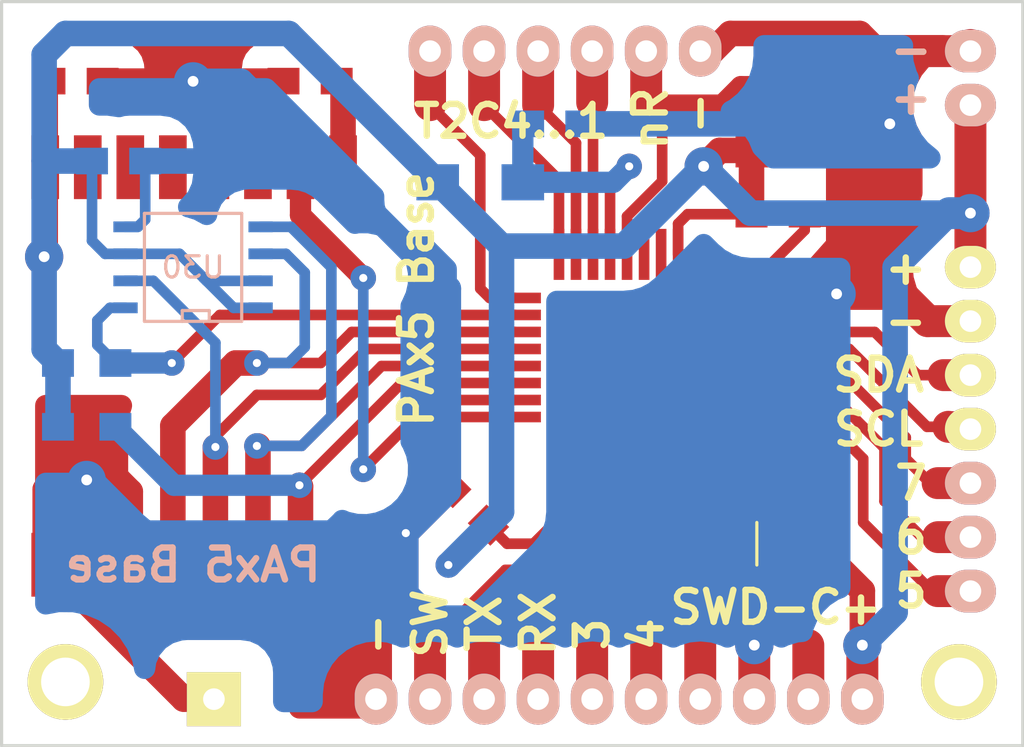
<source format=kicad_pcb>
(kicad_pcb (version 4) (host pcbnew 4.0.4-stable)

  (general
    (links 71)
    (no_connects 0)
    (area 19.924999 19.924999 68.075001 55.075001)
    (thickness 1.6)
    (drawings 27)
    (tracks 285)
    (zones 0)
    (modules 27)
    (nets 31)
  )

  (page A4)
  (layers
    (0 F.Cu signal)
    (31 B.Cu signal)
    (32 B.Adhes user)
    (33 F.Adhes user)
    (34 B.Paste user)
    (35 F.Paste user)
    (36 B.SilkS user)
    (37 F.SilkS user)
    (38 B.Mask user)
    (39 F.Mask user)
    (40 Dwgs.User user)
    (41 Cmts.User user)
    (42 Eco1.User user)
    (43 Eco2.User user)
    (44 Edge.Cuts user)
    (45 Margin user)
    (46 B.CrtYd user)
    (47 F.CrtYd user)
    (48 B.Fab user)
    (49 F.Fab user)
  )

  (setup
    (last_trace_width 0.5)
    (user_trace_width 0.75)
    (user_trace_width 1)
    (user_trace_width 1.2)
    (user_trace_width 1.5)
    (trace_clearance 0.25)
    (zone_clearance 1)
    (zone_45_only no)
    (trace_min 0.5)
    (segment_width 0.2)
    (edge_width 0.15)
    (via_size 1.2)
    (via_drill 0.381)
    (via_min_size 1)
    (via_min_drill 0.254)
    (user_via 1.8 0.4)
    (user_via 1.8 0.508)
    (user_via 2 1.016)
    (uvia_size 0.3)
    (uvia_drill 0.1)
    (uvias_allowed no)
    (uvia_min_size 0.2)
    (uvia_min_drill 0.1)
    (pcb_text_width 0.3)
    (pcb_text_size 1.5 1.5)
    (mod_edge_width 0.15)
    (mod_text_size 1 1)
    (mod_text_width 0.15)
    (pad_size 2.4 2)
    (pad_drill 1.016)
    (pad_to_mask_clearance 0.2)
    (aux_axis_origin 19.5 19.5)
    (grid_origin 19.5 19.5)
    (visible_elements 7FFCFFFF)
    (pcbplotparams
      (layerselection 0x010f0_80000001)
      (usegerberextensions true)
      (excludeedgelayer true)
      (linewidth 0.100000)
      (plotframeref false)
      (viasonmask false)
      (mode 1)
      (useauxorigin false)
      (hpglpennumber 1)
      (hpglpenspeed 20)
      (hpglpendiameter 15)
      (hpglpenoverlay 2)
      (psnegative false)
      (psa4output false)
      (plotreference false)
      (plotvalue false)
      (plotinvisibletext false)
      (padsonsilk false)
      (subtractmaskfromsilk false)
      (outputformat 1)
      (mirror false)
      (drillshape 0)
      (scaleselection 1)
      (outputdirectory Output/))
  )

  (net 0 "")
  (net 1 GND)
  (net 2 VDD)
  (net 3 /NRST)
  (net 4 /SWCLK)
  (net 5 /SWDIO)
  (net 6 "Net-(P20-Pad1)")
  (net 7 /SDA)
  (net 8 /SCL)
  (net 9 /GP1)
  (net 10 /GP2)
  (net 11 /GP3)
  (net 12 /MSCK)
  (net 13 /MISO)
  (net 14 /MOSI)
  (net 15 /RFint)
  (net 16 /CSM)
  (net 17 "Net-(C21-Pad1)")
  (net 18 /GP4)
  (net 19 /MRFSel)
  (net 20 "Net-(C4-Pad1)")
  (net 21 /T2C1)
  (net 22 /T2C2)
  (net 23 /T2C3)
  (net 24 /T2C4)
  (net 25 /ULED)
  (net 26 /GP5)
  (net 27 /GP6)
  (net 28 /GP7)
  (net 29 /GP0/USW)
  (net 30 "Net-(D90-Pad2)")

  (net_class Default "This is the default net class."
    (clearance 0.25)
    (trace_width 0.5)
    (via_dia 1.2)
    (via_drill 0.381)
    (uvia_dia 0.3)
    (uvia_drill 0.1)
    (add_net /CSM)
    (add_net /GP0/USW)
    (add_net /GP1)
    (add_net /GP2)
    (add_net /GP3)
    (add_net /GP4)
    (add_net /GP5)
    (add_net /GP6)
    (add_net /GP7)
    (add_net /MISO)
    (add_net /MOSI)
    (add_net /MRFSel)
    (add_net /MSCK)
    (add_net /NRST)
    (add_net /RFint)
    (add_net /SCL)
    (add_net /SDA)
    (add_net /SWCLK)
    (add_net /SWDIO)
    (add_net /T2C1)
    (add_net /T2C2)
    (add_net /T2C3)
    (add_net /T2C4)
    (add_net /ULED)
    (add_net GND)
    (add_net "Net-(C21-Pad1)")
    (add_net "Net-(C4-Pad1)")
    (add_net "Net-(D90-Pad2)")
    (add_net "Net-(P20-Pad1)")
    (add_net VDD)
  )

  (module SMD_Packages:SOIC-8-N (layer B.Cu) (tedit 564908F7) (tstamp 55FBF37F)
    (at 29 32.5 90)
    (descr "Module Narrow CMS SOJ 8 pins large")
    (tags "CMS SOJ")
    (path /560C3C81)
    (attr smd)
    (fp_text reference U30 (at 0 0 180) (layer B.SilkS)
      (effects (font (size 1 1) (thickness 0.15)) (justify mirror))
    )
    (fp_text value M25P10-A (at 0 -1.27 90) (layer B.Fab)
      (effects (font (size 1 1) (thickness 0.15)) (justify mirror))
    )
    (fp_line (start -2.54 2.286) (end 2.54 2.286) (layer B.SilkS) (width 0.15))
    (fp_line (start 2.54 2.286) (end 2.54 -2.286) (layer B.SilkS) (width 0.15))
    (fp_line (start 2.54 -2.286) (end -2.54 -2.286) (layer B.SilkS) (width 0.15))
    (fp_line (start -2.54 -2.286) (end -2.54 2.286) (layer B.SilkS) (width 0.15))
    (fp_line (start -2.54 0.762) (end -2.032 0.762) (layer B.SilkS) (width 0.15))
    (fp_line (start -2.032 0.762) (end -2.032 -0.508) (layer B.SilkS) (width 0.15))
    (fp_line (start -2.032 -0.508) (end -2.54 -0.508) (layer B.SilkS) (width 0.15))
    (pad 8 smd rect (at -1.905 3.175 90) (size 0.508 1.143) (layers B.Cu B.Paste B.Mask)
      (net 2 VDD))
    (pad 7 smd rect (at -0.635 3.175 90) (size 0.508 1.143) (layers B.Cu B.Paste B.Mask)
      (net 2 VDD))
    (pad 6 smd rect (at 0.635 3.175 90) (size 0.508 1.143) (layers B.Cu B.Paste B.Mask)
      (net 12 /MSCK))
    (pad 5 smd rect (at 1.905 3.175 90) (size 0.508 1.143) (layers B.Cu B.Paste B.Mask)
      (net 14 /MOSI))
    (pad 4 smd rect (at 1.905 -3.175 90) (size 0.508 1.143) (layers B.Cu B.Paste B.Mask)
      (net 1 GND))
    (pad 3 smd rect (at 0.635 -3.175 90) (size 0.508 1.143) (layers B.Cu B.Paste B.Mask)
      (net 2 VDD))
    (pad 2 smd rect (at -0.635 -3.175 90) (size 0.508 1.143) (layers B.Cu B.Paste B.Mask)
      (net 13 /MISO))
    (pad 1 smd rect (at -1.905 -3.175 90) (size 0.508 1.143) (layers B.Cu B.Paste B.Mask)
      (net 16 /CSM))
    (model SMD_Packages.3dshapes/SOIC-8-N.wrl
      (at (xyz 0 0 0))
      (scale (xyz 0.5 0.38 0.5))
      (rotate (xyz 0 0 0))
    )
  )

  (module Calin:C_1206_HandSoldering (layer F.Cu) (tedit 56490686) (tstamp 5649083C)
    (at 57.5 27)
    (descr "Capacitor SMD 1206, hand soldering")
    (tags "capacitor 1206")
    (path /56463E4D)
    (attr smd)
    (fp_text reference C1 (at 0 -2.3) (layer F.Fab)
      (effects (font (size 1 1) (thickness 0.15)))
    )
    (fp_text value 10uF (at 0 2.3) (layer F.Fab)
      (effects (font (size 1 1) (thickness 0.15)))
    )
    (fp_line (start -3.3 -1.15) (end 3.3 -1.15) (layer F.CrtYd) (width 0.05))
    (fp_line (start -3.3 1.15) (end 3.3 1.15) (layer F.CrtYd) (width 0.05))
    (fp_line (start -3.3 -1.15) (end -3.3 1.15) (layer F.CrtYd) (width 0.05))
    (fp_line (start 3.3 -1.15) (end 3.3 1.15) (layer F.CrtYd) (width 0.05))
    (pad 1 smd rect (at -2 0) (size 2 1.6) (layers F.Cu F.Paste F.Mask)
      (net 2 VDD))
    (pad 2 smd rect (at 2 0) (size 2 1.6) (layers F.Cu F.Paste F.Mask)
      (net 1 GND))
    (model Capacitors_SMD.3dshapes/C_1206_HandSoldering.wrl
      (at (xyz 0 0 0))
      (scale (xyz 1 1 1))
      (rotate (xyz 0 0 0))
    )
  )

  (module Calin:C_0805_HandSoldering (layer F.Cu) (tedit 56490661) (tstamp 56490841)
    (at 56.5 30)
    (descr "Capacitor SMD 0805, hand soldering")
    (tags "capacitor 0805")
    (path /56463B6D)
    (attr smd)
    (fp_text reference C2 (at 0 -2.1) (layer F.Fab)
      (effects (font (size 1 1) (thickness 0.15)))
    )
    (fp_text value 100nF (at 0 2.1) (layer F.Fab)
      (effects (font (size 1 1) (thickness 0.15)))
    )
    (fp_line (start -2.3 -1) (end 2.3 -1) (layer F.CrtYd) (width 0.05))
    (fp_line (start -2.3 1) (end 2.3 1) (layer F.CrtYd) (width 0.05))
    (fp_line (start -2.3 -1) (end -2.3 1) (layer F.CrtYd) (width 0.05))
    (fp_line (start 2.3 -1) (end 2.3 1) (layer F.CrtYd) (width 0.05))
    (pad 1 smd rect (at -1.25 0) (size 1.5 1.25) (layers F.Cu F.Paste F.Mask)
      (net 2 VDD))
    (pad 2 smd rect (at 1.25 0) (size 1.5 1.25) (layers F.Cu F.Paste F.Mask)
      (net 1 GND))
    (model Capacitors_SMD.3dshapes/C_0805_HandSoldering.wrl
      (at (xyz 0 0 0))
      (scale (xyz 1 1 1))
      (rotate (xyz 0 0 0))
    )
  )

  (module Calin:C_0805_HandSoldering (layer F.Cu) (tedit 56490661) (tstamp 56490846)
    (at 42 43.74 135)
    (descr "Capacitor SMD 0805, hand soldering")
    (tags "capacitor 0805")
    (path /56463D53)
    (attr smd)
    (fp_text reference C3 (at 0 -2.1 135) (layer F.Fab)
      (effects (font (size 1 1) (thickness 0.15)))
    )
    (fp_text value 100nF (at 0 2.1 135) (layer F.Fab)
      (effects (font (size 1 1) (thickness 0.15)))
    )
    (fp_line (start -2.3 -1) (end 2.3 -1) (layer F.CrtYd) (width 0.05))
    (fp_line (start -2.3 1) (end 2.3 1) (layer F.CrtYd) (width 0.05))
    (fp_line (start -2.3 -1) (end -2.3 1) (layer F.CrtYd) (width 0.05))
    (fp_line (start 2.3 -1) (end 2.3 1) (layer F.CrtYd) (width 0.05))
    (pad 1 smd rect (at -1.25 0 135) (size 1.5 1.25) (layers F.Cu F.Paste F.Mask)
      (net 2 VDD))
    (pad 2 smd rect (at 1.25 0 135) (size 1.5 1.25) (layers F.Cu F.Paste F.Mask)
      (net 1 GND))
    (model Capacitors_SMD.3dshapes/C_0805_HandSoldering.wrl
      (at (xyz 0 0 0))
      (scale (xyz 1 1 1))
      (rotate (xyz 0 0 0))
    )
  )

  (module Calin:C_0805_HandSoldering (layer B.Cu) (tedit 56490661) (tstamp 5649084B)
    (at 46 25.75)
    (descr "Capacitor SMD 0805, hand soldering")
    (tags "capacitor 0805")
    (path /56463DF8)
    (attr smd)
    (fp_text reference C4 (at 0 2.1) (layer B.Fab)
      (effects (font (size 1 1) (thickness 0.15)) (justify mirror))
    )
    (fp_text value 100nF (at 0 -2.1) (layer B.Fab)
      (effects (font (size 1 1) (thickness 0.15)) (justify mirror))
    )
    (fp_line (start -2.3 1) (end 2.3 1) (layer B.CrtYd) (width 0.05))
    (fp_line (start -2.3 -1) (end 2.3 -1) (layer B.CrtYd) (width 0.05))
    (fp_line (start -2.3 1) (end -2.3 -1) (layer B.CrtYd) (width 0.05))
    (fp_line (start 2.3 1) (end 2.3 -1) (layer B.CrtYd) (width 0.05))
    (pad 1 smd rect (at -1.25 0) (size 1.5 1.25) (layers B.Cu B.Paste B.Mask)
      (net 20 "Net-(C4-Pad1)"))
    (pad 2 smd rect (at 1.25 0) (size 1.5 1.25) (layers B.Cu B.Paste B.Mask)
      (net 1 GND))
    (model Capacitors_SMD.3dshapes/C_0805_HandSoldering.wrl
      (at (xyz 0 0 0))
      (scale (xyz 1 1 1))
      (rotate (xyz 0 0 0))
    )
  )

  (module Calin:C_0805_HandSoldering (layer F.Cu) (tedit 56490661) (tstamp 56490850)
    (at 58.25 24)
    (descr "Capacitor SMD 0805, hand soldering")
    (tags "capacitor 0805")
    (path /56463DA4)
    (attr smd)
    (fp_text reference C5 (at 0 -2.1) (layer F.Fab)
      (effects (font (size 1 1) (thickness 0.15)))
    )
    (fp_text value 100nF (at 0 2.1) (layer F.Fab)
      (effects (font (size 1 1) (thickness 0.15)))
    )
    (fp_line (start -2.3 -1) (end 2.3 -1) (layer F.CrtYd) (width 0.05))
    (fp_line (start -2.3 1) (end 2.3 1) (layer F.CrtYd) (width 0.05))
    (fp_line (start -2.3 -1) (end -2.3 1) (layer F.CrtYd) (width 0.05))
    (fp_line (start 2.3 -1) (end 2.3 1) (layer F.CrtYd) (width 0.05))
    (pad 1 smd rect (at -1.25 0) (size 1.5 1.25) (layers F.Cu F.Paste F.Mask)
      (net 3 /NRST))
    (pad 2 smd rect (at 1.25 0) (size 1.5 1.25) (layers F.Cu F.Paste F.Mask)
      (net 1 GND))
    (model Capacitors_SMD.3dshapes/C_0805_HandSoldering.wrl
      (at (xyz 0 0 0))
      (scale (xyz 1 1 1))
      (rotate (xyz 0 0 0))
    )
  )

  (module Calin:C_0805_HandSoldering (layer F.Cu) (tedit 56490661) (tstamp 56490855)
    (at 23.5 23.74)
    (descr "Capacitor SMD 0805, hand soldering")
    (tags "capacitor 0805")
    (path /564647D8)
    (attr smd)
    (fp_text reference C20 (at 0 -2.1) (layer F.Fab)
      (effects (font (size 1 1) (thickness 0.15)))
    )
    (fp_text value 100nF (at 0 2.1) (layer F.Fab)
      (effects (font (size 1 1) (thickness 0.15)))
    )
    (fp_line (start -2.3 -1) (end 2.3 -1) (layer F.CrtYd) (width 0.05))
    (fp_line (start -2.3 1) (end 2.3 1) (layer F.CrtYd) (width 0.05))
    (fp_line (start -2.3 -1) (end -2.3 1) (layer F.CrtYd) (width 0.05))
    (fp_line (start 2.3 -1) (end 2.3 1) (layer F.CrtYd) (width 0.05))
    (pad 1 smd rect (at -1.25 0) (size 1.5 1.25) (layers F.Cu F.Paste F.Mask)
      (net 2 VDD))
    (pad 2 smd rect (at 1.25 0) (size 1.5 1.25) (layers F.Cu F.Paste F.Mask)
      (net 1 GND))
    (model Capacitors_SMD.3dshapes/C_0805_HandSoldering.wrl
      (at (xyz 0 0 0))
      (scale (xyz 1 1 1))
      (rotate (xyz 0 0 0))
    )
  )

  (module Calin:C_0805_HandSoldering (layer F.Cu) (tedit 56490661) (tstamp 5649085A)
    (at 34.5 23.74 180)
    (descr "Capacitor SMD 0805, hand soldering")
    (tags "capacitor 0805")
    (path /56464837)
    (attr smd)
    (fp_text reference C21 (at 0 -2.1 180) (layer F.Fab)
      (effects (font (size 1 1) (thickness 0.15)))
    )
    (fp_text value 100nF (at 0 2.1 180) (layer F.Fab)
      (effects (font (size 1 1) (thickness 0.15)))
    )
    (fp_line (start -2.3 -1) (end 2.3 -1) (layer F.CrtYd) (width 0.05))
    (fp_line (start -2.3 1) (end 2.3 1) (layer F.CrtYd) (width 0.05))
    (fp_line (start -2.3 -1) (end -2.3 1) (layer F.CrtYd) (width 0.05))
    (fp_line (start 2.3 -1) (end 2.3 1) (layer F.CrtYd) (width 0.05))
    (pad 1 smd rect (at -1.25 0 180) (size 1.5 1.25) (layers F.Cu F.Paste F.Mask)
      (net 17 "Net-(C21-Pad1)"))
    (pad 2 smd rect (at 1.25 0 180) (size 1.5 1.25) (layers F.Cu F.Paste F.Mask)
      (net 1 GND))
    (model Capacitors_SMD.3dshapes/C_0805_HandSoldering.wrl
      (at (xyz 0 0 0))
      (scale (xyz 1 1 1))
      (rotate (xyz 0 0 0))
    )
  )

  (module Calin:C_0805_HandSoldering (layer B.Cu) (tedit 56490661) (tstamp 5649085F)
    (at 25.5 27.5)
    (descr "Capacitor SMD 0805, hand soldering")
    (tags "capacitor 0805")
    (path /56465AE6)
    (attr smd)
    (fp_text reference C30 (at 0 2.1) (layer B.Fab)
      (effects (font (size 1 1) (thickness 0.15)) (justify mirror))
    )
    (fp_text value 100nF (at 0 -2.1) (layer B.Fab)
      (effects (font (size 1 1) (thickness 0.15)) (justify mirror))
    )
    (fp_line (start -2.3 1) (end 2.3 1) (layer B.CrtYd) (width 0.05))
    (fp_line (start -2.3 -1) (end 2.3 -1) (layer B.CrtYd) (width 0.05))
    (fp_line (start -2.3 1) (end -2.3 -1) (layer B.CrtYd) (width 0.05))
    (fp_line (start 2.3 1) (end 2.3 -1) (layer B.CrtYd) (width 0.05))
    (pad 1 smd rect (at -1.25 0) (size 1.5 1.25) (layers B.Cu B.Paste B.Mask)
      (net 2 VDD))
    (pad 2 smd rect (at 1.25 0) (size 1.5 1.25) (layers B.Cu B.Paste B.Mask)
      (net 1 GND))
    (model Capacitors_SMD.3dshapes/C_0805_HandSoldering.wrl
      (at (xyz 0 0 0))
      (scale (xyz 1 1 1))
      (rotate (xyz 0 0 0))
    )
  )

  (module Calin:R_1206_HandSoldering (layer B.Cu) (tedit 5649072E) (tstamp 56490864)
    (at 42.5 28.5)
    (descr "Resistor SMD 1206, hand soldering")
    (tags "resistor 1206")
    (path /563D2C0F)
    (attr smd)
    (fp_text reference L1 (at 0 2.3) (layer B.Fab)
      (effects (font (size 1 1) (thickness 0.15)) (justify mirror))
    )
    (fp_text value INDUCTOR (at 0 -2.3) (layer B.Fab)
      (effects (font (size 1 1) (thickness 0.15)) (justify mirror))
    )
    (fp_line (start -3.3 1.2) (end 3.3 1.2) (layer B.CrtYd) (width 0.05))
    (fp_line (start -3.3 -1.2) (end 3.3 -1.2) (layer B.CrtYd) (width 0.05))
    (fp_line (start -3.3 1.2) (end -3.3 -1.2) (layer B.CrtYd) (width 0.05))
    (fp_line (start 3.3 1.2) (end 3.3 -1.2) (layer B.CrtYd) (width 0.05))
    (pad 1 smd rect (at -2 0) (size 2 1.7) (layers B.Cu B.Paste B.Mask)
      (net 2 VDD))
    (pad 2 smd rect (at 2 0) (size 2 1.7) (layers B.Cu B.Paste B.Mask)
      (net 20 "Net-(C4-Pad1)"))
    (model Resistors_SMD.3dshapes/R_1206_HandSoldering.wrl
      (at (xyz 0 0 0))
      (scale (xyz 1 1 1))
      (rotate (xyz 0 0 0))
    )
  )

  (module Calin:R_0805_HandSoldering (layer B.Cu) (tedit 56490711) (tstamp 56490869)
    (at 24 37)
    (descr "Resistor SMD 0805, hand soldering")
    (tags "resistor 0805")
    (path /5648B47E)
    (attr smd)
    (fp_text reference R1 (at 0 2.1) (layer B.Fab)
      (effects (font (size 1 1) (thickness 0.15)) (justify mirror))
    )
    (fp_text value 47k (at 0 -2.1) (layer B.Fab)
      (effects (font (size 1 1) (thickness 0.15)) (justify mirror))
    )
    (fp_line (start -2.4 1) (end 2.4 1) (layer B.CrtYd) (width 0.05))
    (fp_line (start -2.4 -1) (end 2.4 -1) (layer B.CrtYd) (width 0.05))
    (fp_line (start -2.4 1) (end -2.4 -1) (layer B.CrtYd) (width 0.05))
    (fp_line (start 2.4 1) (end 2.4 -1) (layer B.CrtYd) (width 0.05))
    (pad 1 smd rect (at -1.35 0) (size 1.5 1.3) (layers B.Cu B.Paste B.Mask)
      (net 2 VDD))
    (pad 2 smd rect (at 1.35 0) (size 1.5 1.3) (layers B.Cu B.Paste B.Mask)
      (net 16 /CSM))
    (model Resistors_SMD.3dshapes/R_0805_HandSoldering.wrl
      (at (xyz 0 0 0))
      (scale (xyz 1 1 1))
      (rotate (xyz 0 0 0))
    )
  )

  (module Calin:R_0805_HandSoldering (layer B.Cu) (tedit 56490711) (tstamp 5649086E)
    (at 24 40)
    (descr "Resistor SMD 0805, hand soldering")
    (tags "resistor 0805")
    (path /5648B5D9)
    (attr smd)
    (fp_text reference R2 (at 0 2.1) (layer B.Fab)
      (effects (font (size 1 1) (thickness 0.15)) (justify mirror))
    )
    (fp_text value 47k (at 0 -2.1) (layer B.Fab)
      (effects (font (size 1 1) (thickness 0.15)) (justify mirror))
    )
    (fp_line (start -2.4 1) (end 2.4 1) (layer B.CrtYd) (width 0.05))
    (fp_line (start -2.4 -1) (end 2.4 -1) (layer B.CrtYd) (width 0.05))
    (fp_line (start -2.4 1) (end -2.4 -1) (layer B.CrtYd) (width 0.05))
    (fp_line (start 2.4 1) (end 2.4 -1) (layer B.CrtYd) (width 0.05))
    (pad 1 smd rect (at -1.35 0) (size 1.5 1.3) (layers B.Cu B.Paste B.Mask)
      (net 2 VDD))
    (pad 2 smd rect (at 1.35 0) (size 1.5 1.3) (layers B.Cu B.Paste B.Mask)
      (net 19 /MRFSel))
    (model Resistors_SMD.3dshapes/R_0805_HandSoldering.wrl
      (at (xyz 0 0 0))
      (scale (xyz 1 1 1))
      (rotate (xyz 0 0 0))
    )
  )

  (module Calin:R_1206_HandSoldering (layer F.Cu) (tedit 5649072E) (tstamp 56490873)
    (at 56.25 42.5)
    (descr "Resistor SMD 1206, hand soldering")
    (tags "resistor 1206")
    (path /5646612D)
    (attr smd)
    (fp_text reference R90 (at 0 -2.3) (layer F.Fab)
      (effects (font (size 1 1) (thickness 0.15)))
    )
    (fp_text value 330 (at 0 2.3) (layer F.Fab)
      (effects (font (size 1 1) (thickness 0.15)))
    )
    (fp_line (start -3.3 -1.2) (end 3.3 -1.2) (layer F.CrtYd) (width 0.05))
    (fp_line (start -3.3 1.2) (end 3.3 1.2) (layer F.CrtYd) (width 0.05))
    (fp_line (start -3.3 -1.2) (end -3.3 1.2) (layer F.CrtYd) (width 0.05))
    (fp_line (start 3.3 -1.2) (end 3.3 1.2) (layer F.CrtYd) (width 0.05))
    (pad 1 smd rect (at -2 0) (size 2 1.7) (layers F.Cu F.Paste F.Mask)
      (net 30 "Net-(D90-Pad2)"))
    (pad 2 smd rect (at 2 0) (size 2 1.7) (layers F.Cu F.Paste F.Mask)
      (net 25 /ULED))
    (model Resistors_SMD.3dshapes/R_1206_HandSoldering.wrl
      (at (xyz 0 0 0))
      (scale (xyz 1 1 1))
      (rotate (xyz 0 0 0))
    )
  )

  (module Calin:Pin_Header_Straight_1x04 (layer B.Cu) (tedit 564A4D03) (tstamp 56490621)
    (at 47.76 22.33 90)
    (descr "Through hole pin header")
    (tags "pin header")
    (path /56465560)
    (fp_text reference P12 (at 0 5.1 90) (layer B.Fab)
      (effects (font (size 1 1) (thickness 0.15)) (justify mirror))
    )
    (fp_text value ConnP2 (at 0 3.1 90) (layer B.Fab)
      (effects (font (size 1 1) (thickness 0.15)) (justify mirror))
    )
    (fp_line (start -1.75 1.75) (end -1.75 -9.4) (layer B.CrtYd) (width 0.05))
    (fp_line (start 1.75 1.75) (end 1.75 -9.4) (layer B.CrtYd) (width 0.05))
    (fp_line (start -1.75 1.75) (end 1.75 1.75) (layer B.CrtYd) (width 0.05))
    (fp_line (start -1.75 -9.4) (end 1.75 -9.4) (layer B.CrtYd) (width 0.05))
    (pad 1 thru_hole oval (at 0 0 90) (size 2.4 2) (drill 1.016) (layers *.Cu *.Mask B.SilkS)
      (net 21 /T2C1))
    (pad 2 thru_hole oval (at 0 -2.54 90) (size 2.4 2) (drill 1.016) (layers *.Cu *.Mask B.SilkS)
      (net 22 /T2C2))
    (pad 3 thru_hole oval (at 0 -5.08 90) (size 2.4 2) (drill 1.016) (layers *.Cu *.Mask B.SilkS)
      (net 23 /T2C3))
    (pad 4 thru_hole oval (at 0 -7.62 90) (size 2.4 2) (drill 1.016) (layers *.Cu *.Mask B.SilkS)
      (net 24 /T2C4))
    (model Pin_Headers.3dshapes/Pin_Header_Straight_1x04.wrl
      (at (xyz 0 -0.15 0))
      (scale (xyz 1 1 1))
      (rotate (xyz 0 0 90))
    )
  )

  (module Calin:Pin_Header_Straight_1x02 (layer B.Cu) (tedit 564A4C82) (tstamp 5649060E)
    (at 50.3 22.33 270)
    (descr "Through hole pin header")
    (tags "pin header")
    (path /56479AA7)
    (fp_text reference P3 (at 0 5.1 270) (layer B.Fab)
      (effects (font (size 1 1) (thickness 0.15)) (justify mirror))
    )
    (fp_text value nReset (at 0 3.1 270) (layer B.Fab)
      (effects (font (size 1 1) (thickness 0.15)) (justify mirror))
    )
    (fp_line (start -1.75 1.75) (end -1.75 -4.3) (layer B.CrtYd) (width 0.05))
    (fp_line (start 1.75 1.75) (end 1.75 -4.3) (layer B.CrtYd) (width 0.05))
    (fp_line (start -1.75 1.75) (end 1.75 1.75) (layer B.CrtYd) (width 0.05))
    (fp_line (start -1.75 -4.3) (end 1.75 -4.3) (layer B.CrtYd) (width 0.05))
    (pad 1 thru_hole oval (at 0 0 270) (size 2.4 2) (drill 1.016) (layers *.Cu *.Mask B.SilkS)
      (net 3 /NRST))
    (pad 2 thru_hole oval (at 0 -2.54 270) (size 2.4 2) (drill 1.016) (layers *.Cu *.Mask B.SilkS)
      (net 1 GND))
    (model Pin_Headers.3dshapes/Pin_Header_Straight_1x02.wrl
      (at (xyz 0 -0.05 0))
      (scale (xyz 1 1 1))
      (rotate (xyz 0 0 90))
    )
  )

  (module Calin:Pin_Header_Straight_1x02 (layer B.Cu) (tedit 564A4C82) (tstamp 56490602)
    (at 65.54 24.87)
    (descr "Through hole pin header")
    (tags "pin header")
    (path /56465932)
    (fp_text reference P1 (at 0 5.1) (layer B.Fab)
      (effects (font (size 1 1) (thickness 0.15)) (justify mirror))
    )
    (fp_text value PwrIn (at 0 3.1) (layer B.Fab)
      (effects (font (size 1 1) (thickness 0.15)) (justify mirror))
    )
    (fp_line (start -1.75 1.75) (end -1.75 -4.3) (layer B.CrtYd) (width 0.05))
    (fp_line (start 1.75 1.75) (end 1.75 -4.3) (layer B.CrtYd) (width 0.05))
    (fp_line (start -1.75 1.75) (end 1.75 1.75) (layer B.CrtYd) (width 0.05))
    (fp_line (start -1.75 -4.3) (end 1.75 -4.3) (layer B.CrtYd) (width 0.05))
    (pad 1 thru_hole oval (at 0 0) (size 2.4 2) (drill 1.016) (layers *.Cu *.Mask B.SilkS)
      (net 2 VDD))
    (pad 2 thru_hole oval (at 0 -2.54) (size 2.4 2) (drill 1.016) (layers *.Cu *.Mask B.SilkS)
      (net 1 GND))
    (model Pin_Headers.3dshapes/Pin_Header_Straight_1x02.wrl
      (at (xyz 0 -0.05 0))
      (scale (xyz 1 1 1))
      (rotate (xyz 0 0 90))
    )
  )

  (module Calin:Pin_Header_Straight_1x04 (layer F.Cu) (tedit 566B50B9) (tstamp 56490613)
    (at 65.54 32.49)
    (descr "Through hole pin header")
    (tags "pin header")
    (path /563D0553)
    (fp_text reference P10 (at 0 -5.1) (layer F.Fab)
      (effects (font (size 1 1) (thickness 0.15)))
    )
    (fp_text value I2C_Sens (at 1.71 -2.99 90) (layer F.Fab)
      (effects (font (size 1 1) (thickness 0.15)))
    )
    (fp_line (start -1.75 -1.75) (end -1.75 9.4) (layer F.CrtYd) (width 0.05))
    (fp_line (start 1.75 -1.75) (end 1.75 9.4) (layer F.CrtYd) (width 0.05))
    (fp_line (start -1.75 -1.75) (end 1.75 -1.75) (layer F.CrtYd) (width 0.05))
    (fp_line (start -1.75 9.4) (end 1.75 9.4) (layer F.CrtYd) (width 0.05))
    (pad 1 thru_hole oval (at 0 0) (size 2.4 2) (drill 1.016) (layers *.Cu *.Mask F.SilkS)
      (net 2 VDD))
    (pad 2 thru_hole oval (at 0 2.54) (size 2.4 2) (drill 1.016) (layers *.Cu *.Mask F.SilkS)
      (net 1 GND))
    (pad 3 thru_hole oval (at 0 5.08) (size 2.4 2) (drill 1.016) (layers *.Cu *.Mask F.SilkS)
      (net 7 /SDA))
    (pad 4 thru_hole oval (at 0 7.62) (size 2.4 2) (drill 1.016) (layers *.Cu *.Mask F.SilkS)
      (net 8 /SCL))
    (model Pin_Headers.3dshapes/Pin_Header_Straight_1x04.wrl
      (at (xyz 0 -0.15 0))
      (scale (xyz 1 1 1))
      (rotate (xyz 0 0 90))
    )
  )

  (module Calin:Pin_Header_Straight_1x03 (layer B.Cu) (tedit 564A4CAD) (tstamp 56490628)
    (at 65.54 47.73)
    (descr "Through hole pin header")
    (tags "pin header")
    (path /56465F26)
    (fp_text reference P13 (at 0 5.1) (layer B.Fab)
      (effects (font (size 1 1) (thickness 0.15)) (justify mirror))
    )
    (fp_text value ConnP3 (at 0 3.1) (layer B.Fab)
      (effects (font (size 1 1) (thickness 0.15)) (justify mirror))
    )
    (fp_line (start -1.75 1.75) (end -1.75 -6.85) (layer B.CrtYd) (width 0.05))
    (fp_line (start 1.75 1.75) (end 1.75 -6.85) (layer B.CrtYd) (width 0.05))
    (fp_line (start -1.75 1.75) (end 1.75 1.75) (layer B.CrtYd) (width 0.05))
    (fp_line (start -1.75 -6.85) (end 1.75 -6.85) (layer B.CrtYd) (width 0.05))
    (pad 1 thru_hole oval (at 0 0) (size 2.4 2) (drill 1.016) (layers *.Cu *.Mask B.SilkS)
      (net 26 /GP5))
    (pad 2 thru_hole oval (at 0 -2.54) (size 2.4 2) (drill 1.016) (layers *.Cu *.Mask B.SilkS)
      (net 27 /GP6))
    (pad 3 thru_hole oval (at 0 -5.08) (size 2.4 2) (drill 1.016) (layers *.Cu *.Mask B.SilkS)
      (net 28 /GP7))
    (model Pin_Headers.3dshapes/Pin_Header_Straight_1x03.wrl
      (at (xyz 0 -0.1 0))
      (scale (xyz 1 1 1))
      (rotate (xyz 0 0 90))
    )
  )

  (module Calin:Pin_Header_Straight_1x04 (layer B.Cu) (tedit 564A4D03) (tstamp 56490607)
    (at 60.46 52.81 90)
    (descr "Through hole pin header")
    (tags "pin header")
    (path /563D0490)
    (fp_text reference P2 (at 0 5.1 90) (layer B.Fab)
      (effects (font (size 1 1) (thickness 0.15)) (justify mirror))
    )
    (fp_text value SWD (at 0 3.1 90) (layer B.Fab)
      (effects (font (size 1 1) (thickness 0.15)) (justify mirror))
    )
    (fp_line (start -1.75 1.75) (end -1.75 -9.4) (layer B.CrtYd) (width 0.05))
    (fp_line (start 1.75 1.75) (end 1.75 -9.4) (layer B.CrtYd) (width 0.05))
    (fp_line (start -1.75 1.75) (end 1.75 1.75) (layer B.CrtYd) (width 0.05))
    (fp_line (start -1.75 -9.4) (end 1.75 -9.4) (layer B.CrtYd) (width 0.05))
    (pad 1 thru_hole oval (at 0 0 90) (size 2.4 2) (drill 1.016) (layers *.Cu *.Mask B.SilkS)
      (net 2 VDD))
    (pad 2 thru_hole oval (at 0 -2.54 90) (size 2.4 2) (drill 1.016) (layers *.Cu *.Mask B.SilkS)
      (net 4 /SWCLK))
    (pad 3 thru_hole oval (at 0 -5.08 90) (size 2.4 2) (drill 1.016) (layers *.Cu *.Mask B.SilkS)
      (net 1 GND))
    (pad 4 thru_hole oval (at 0 -7.62 90) (size 2.4 2) (drill 1.016) (layers *.Cu *.Mask B.SilkS)
      (net 5 /SWDIO))
    (model Pin_Headers.3dshapes/Pin_Header_Straight_1x04.wrl
      (at (xyz 0 -0.15 0))
      (scale (xyz 1 1 1))
      (rotate (xyz 0 0 90))
    )
  )

  (module Calin:Pin_Header_Straight_1x04 (layer B.Cu) (tedit 564A4D03) (tstamp 5649061A)
    (at 42.68 52.81 270)
    (descr "Through hole pin header")
    (tags "pin header")
    (path /56465632)
    (fp_text reference P11 (at 0 5.1 270) (layer B.Fab)
      (effects (font (size 1 1) (thickness 0.15)) (justify mirror))
    )
    (fp_text value ConnP1 (at 0 3.1 270) (layer B.Fab)
      (effects (font (size 1 1) (thickness 0.15)) (justify mirror))
    )
    (fp_line (start -1.75 1.75) (end -1.75 -9.4) (layer B.CrtYd) (width 0.05))
    (fp_line (start 1.75 1.75) (end 1.75 -9.4) (layer B.CrtYd) (width 0.05))
    (fp_line (start -1.75 1.75) (end 1.75 1.75) (layer B.CrtYd) (width 0.05))
    (fp_line (start -1.75 -9.4) (end 1.75 -9.4) (layer B.CrtYd) (width 0.05))
    (pad 1 thru_hole oval (at 0 0 270) (size 2.4 2) (drill 1.016) (layers *.Cu *.Mask B.SilkS)
      (net 9 /GP1))
    (pad 2 thru_hole oval (at 0 -2.54 270) (size 2.4 2) (drill 1.016) (layers *.Cu *.Mask B.SilkS)
      (net 10 /GP2))
    (pad 3 thru_hole oval (at 0 -5.08 270) (size 2.4 2) (drill 1.016) (layers *.Cu *.Mask B.SilkS)
      (net 11 /GP3))
    (pad 4 thru_hole oval (at 0 -7.62 270) (size 2.4 2) (drill 1.016) (layers *.Cu *.Mask B.SilkS)
      (net 18 /GP4))
    (model Pin_Headers.3dshapes/Pin_Header_Straight_1x04.wrl
      (at (xyz 0 -0.15 0))
      (scale (xyz 1 1 1))
      (rotate (xyz 0 0 90))
    )
  )

  (module Calin:Pin_Header_Straight_1x02 (layer B.Cu) (tedit 564A4C82) (tstamp 56490632)
    (at 40.14 52.81 90)
    (descr "Through hole pin header")
    (tags "pin header")
    (path /564666AA)
    (fp_text reference P90 (at 0 5.1 90) (layer B.Fab)
      (effects (font (size 1 1) (thickness 0.15)) (justify mirror))
    )
    (fp_text value USw (at 0 3.1 90) (layer B.Fab)
      (effects (font (size 1 1) (thickness 0.15)) (justify mirror))
    )
    (fp_line (start -1.75 1.75) (end -1.75 -4.3) (layer B.CrtYd) (width 0.05))
    (fp_line (start 1.75 1.75) (end 1.75 -4.3) (layer B.CrtYd) (width 0.05))
    (fp_line (start -1.75 1.75) (end 1.75 1.75) (layer B.CrtYd) (width 0.05))
    (fp_line (start -1.75 -4.3) (end 1.75 -4.3) (layer B.CrtYd) (width 0.05))
    (pad 1 thru_hole oval (at 0 0 90) (size 2.4 2) (drill 1.016) (layers *.Cu *.Mask B.SilkS)
      (net 29 /GP0/USW))
    (pad 2 thru_hole oval (at 0 -2.54 90) (size 2.4 2) (drill 1.016) (layers *.Cu *.Mask B.SilkS)
      (net 1 GND))
    (model Pin_Headers.3dshapes/Pin_Header_Straight_1x02.wrl
      (at (xyz 0 -0.05 0))
      (scale (xyz 1 1 1))
      (rotate (xyz 0 0 90))
    )
  )

  (module Calin:Pin_Header_Straight_1x01 (layer F.Cu) (tedit 564A4C2A) (tstamp 5649062E)
    (at 29.98 52.81)
    (descr "Through hole pin header")
    (tags "pin header")
    (path /55FBF064)
    (fp_text reference P20 (at 0 -5.1) (layer F.Fab)
      (effects (font (size 1 1) (thickness 0.15)))
    )
    (fp_text value Antenna (at 0 -3.1) (layer F.Fab)
      (effects (font (size 1 1) (thickness 0.15)))
    )
    (fp_line (start -1.75 -1.75) (end -1.75 1.75) (layer F.CrtYd) (width 0.05))
    (fp_line (start 1.75 -1.75) (end 1.75 1.75) (layer F.CrtYd) (width 0.05))
    (fp_line (start -1.75 -1.75) (end 1.75 -1.75) (layer F.CrtYd) (width 0.05))
    (fp_line (start -1.75 1.75) (end 1.75 1.75) (layer F.CrtYd) (width 0.05))
    (pad 1 thru_hole rect (at 0 0) (size 2.54 2.54) (drill 1.016) (layers *.Cu *.Mask F.SilkS)
      (net 6 "Net-(P20-Pad1)"))
    (model Pin_Headers.3dshapes/Pin_Header_Straight_1x01.wrl
      (at (xyz 0 0 0))
      (scale (xyz 1 1 1))
      (rotate (xyz 0 0 90))
    )
  )

  (module Calin:cHole (layer F.Cu) (tedit 564A4E38) (tstamp 56490063)
    (at 23 52)
    (descr "Through hole pin header")
    (tags "pin header")
    (path /56490AB8)
    (clearance 0.9)
    (fp_text reference H1 (at 0 -5.1) (layer F.Fab)
      (effects (font (size 1 1) (thickness 0.15)))
    )
    (fp_text value Hole (at 0 -3.1) (layer F.Fab) hide
      (effects (font (size 1 1) (thickness 0.15)))
    )
    (pad "" np_thru_hole circle (at 0 0) (size 3.556 3.556) (drill 2.286) (layers *.Cu *.Mask F.SilkS))
  )

  (module Calin:cHole (layer F.Cu) (tedit 564A4E38) (tstamp 56490068)
    (at 65 52)
    (descr "Through hole pin header")
    (tags "pin header")
    (path /56490B4B)
    (clearance 0.9)
    (fp_text reference H2 (at 0 -5.1) (layer F.Fab)
      (effects (font (size 1 1) (thickness 0.15)))
    )
    (fp_text value Hole (at 0 -3.1) (layer F.Fab) hide
      (effects (font (size 1 1) (thickness 0.15)))
    )
    (pad "" np_thru_hole circle (at 0 0) (size 3.556 3.556) (drill 2.286) (layers *.Cu *.Mask F.SilkS))
  )

  (module Calin:RFM69HW (layer F.Cu) (tedit 57E6DFAA) (tstamp 55FC77A8)
    (at 29 37.14 270)
    (path /55FAAFDD)
    (fp_text reference U20 (at 0.05 -1.05 270) (layer F.Fab)
      (effects (font (size 1 1) (thickness 0.15)))
    )
    (fp_text value RFM69HW (at 0.05 0.95 270) (layer F.Fab)
      (effects (font (size 1 1) (thickness 0.15)))
    )
    (fp_line (start -9.85 7.95) (end -9.85 -8.05) (layer F.Fab) (width 0.15))
    (fp_line (start -9.85 -8.05) (end 9.85 -8.05) (layer F.Fab) (width 0.15))
    (fp_line (start 9.85 -8.05) (end 9.85 7.95) (layer F.Fab) (width 0.15))
    (fp_line (start 9.85 7.95) (end -9.85 7.95) (layer F.Fab) (width 0.15))
    (pad 1 smd rect (at -9.35 -7.05 270) (size 3 1.3) (layers F.Cu F.Paste F.Mask)
      (net 17 "Net-(C21-Pad1)"))
    (pad 2 smd rect (at -9.35 -5.05 270) (size 3 1.3) (layers F.Cu F.Paste F.Mask)
      (net 15 /RFint))
    (pad 3 smd rect (at -9.35 -3.05 270) (size 3 1.3) (layers F.Cu F.Paste F.Mask))
    (pad 4 smd rect (at -9.35 -1.05 270) (size 3 1.3) (layers F.Cu F.Paste F.Mask))
    (pad 5 smd rect (at -9.35 0.95 270) (size 3 1.3) (layers F.Cu F.Paste F.Mask))
    (pad 6 smd rect (at -9.35 2.95 270) (size 3 1.3) (layers F.Cu F.Paste F.Mask))
    (pad 7 smd rect (at -9.35 4.95 270) (size 3 1.3) (layers F.Cu F.Paste F.Mask))
    (pad 8 smd rect (at -9.35 6.95 270) (size 3 1.3) (layers F.Cu F.Paste F.Mask)
      (net 2 VDD))
    (pad 9 smd rect (at 9.35 6.95 270) (size 3 1.3) (layers F.Cu F.Paste F.Mask)
      (net 1 GND))
    (pad 10 smd rect (at 9.35 4.95 270) (size 3 1.3) (layers F.Cu F.Paste F.Mask)
      (net 6 "Net-(P20-Pad1)"))
    (pad 11 smd rect (at 9.35 2.95 270) (size 3 1.3) (layers F.Cu F.Paste F.Mask)
      (net 1 GND))
    (pad 12 smd rect (at 9.35 0.95 270) (size 3 1.3) (layers F.Cu F.Paste F.Mask)
      (net 12 /MSCK))
    (pad 13 smd rect (at 9.35 -1.05 270) (size 3 1.3) (layers F.Cu F.Paste F.Mask)
      (net 13 /MISO))
    (pad 14 smd rect (at 9.35 -3.05 270) (size 3 1.3) (layers F.Cu F.Paste F.Mask)
      (net 14 /MOSI))
    (pad 15 smd rect (at 9.35 -5.05 270) (size 3 1.3) (layers F.Cu F.Paste F.Mask)
      (net 19 /MRFSel))
    (pad 16 smd rect (at 9.35 -7.05 270) (size 3 1.3) (layers F.Cu F.Paste F.Mask)
      (net 1 GND))
    (model D:/Projects/KiCad-Utils/3D-Packages/RFM69HW/RFM69HW.wrl
      (at (xyz 0 0 0))
      (scale (xyz 0.3937 0.3937 0.3937))
      (rotate (xyz 0 0 0))
    )
  )

  (module Calin:cLQFP32-7 (layer F.Cu) (tedit 564A17FA) (tstamp 55FC7785)
    (at 49 36.74 180)
    (path /55FAAE7E)
    (clearance 0.1)
    (fp_text reference U1 (at 0 1.65 180) (layer F.Fab)
      (effects (font (size 0.8 0.8) (thickness 0.15)))
    )
    (fp_text value STM32L051x-P (at 0 -1.65 180) (layer F.Fab)
      (effects (font (size 1 1) (thickness 0.15)))
    )
    (fp_line (start -3.5 3.5) (end 3.5 3.5) (layer F.Fab) (width 0.15))
    (fp_line (start 3.5 3.5) (end 3.5 -3.5) (layer F.Fab) (width 0.15))
    (fp_line (start 3.5 -3.5) (end -3.5 -3.5) (layer F.Fab) (width 0.15))
    (fp_line (start -3.5 -3.5) (end -3.5 3.5) (layer F.Fab) (width 0.15))
    (pad 1 smd rect (at -2.8 4.85 180) (size 0.5 2.4) (layers F.Cu F.Paste F.Mask)
      (net 2 VDD) (clearance 0.1))
    (pad 2 smd rect (at -2 4.85 180) (size 0.5 2.4) (layers F.Cu F.Paste F.Mask)
      (clearance 0.1))
    (pad 3 smd rect (at -1.2 4.85 180) (size 0.5 2.4) (layers F.Cu F.Paste F.Mask)
      (clearance 0.1))
    (pad 4 smd rect (at -0.4 4.85 180) (size 0.5 2.4) (layers F.Cu F.Paste F.Mask)
      (net 3 /NRST) (clearance 0.1))
    (pad 5 smd rect (at 0.4 4.85 180) (size 0.5 2.4) (layers F.Cu F.Paste F.Mask)
      (net 20 "Net-(C4-Pad1)") (clearance 0.1))
    (pad 6 smd rect (at 1.2 4.85 180) (size 0.5 2.4) (layers F.Cu F.Paste F.Mask)
      (net 21 /T2C1) (clearance 0.1))
    (pad 7 smd rect (at 2 4.85 180) (size 0.5 2.4) (layers F.Cu F.Paste F.Mask)
      (net 22 /T2C2) (clearance 0.1))
    (pad 8 smd rect (at 2.8 4.85 180) (size 0.5 2.4) (layers F.Cu F.Paste F.Mask)
      (net 23 /T2C3) (clearance 0.1))
    (pad 9 smd rect (at 4.85 2.8 270) (size 0.5 2.4) (layers F.Cu F.Paste F.Mask)
      (net 24 /T2C4))
    (pad 10 smd rect (at 4.85 2 270) (size 0.5 2.4) (layers F.Cu F.Paste F.Mask)
      (net 16 /CSM))
    (pad 11 smd rect (at 4.85 1.2 270) (size 0.5 2.4) (layers F.Cu F.Paste F.Mask)
      (net 12 /MSCK))
    (pad 12 smd rect (at 4.85 0.4 270) (size 0.5 2.4) (layers F.Cu F.Paste F.Mask)
      (net 13 /MISO))
    (pad 13 smd rect (at 4.85 -0.4 270) (size 0.5 2.4) (layers F.Cu F.Paste F.Mask)
      (net 14 /MOSI))
    (pad 14 smd rect (at 4.85 -1.2 270) (size 0.5 2.4) (layers F.Cu F.Paste F.Mask)
      (net 19 /MRFSel))
    (pad 15 smd rect (at 4.85 -2 270) (size 0.5 2.4) (layers F.Cu F.Paste F.Mask)
      (net 15 /RFint))
    (pad 16 smd rect (at 4.85 -2.8 270) (size 0.5 2.4) (layers F.Cu F.Paste F.Mask)
      (net 1 GND))
    (pad 17 smd rect (at 2.8 -4.85 180) (size 0.5 2.4) (layers F.Cu F.Paste F.Mask)
      (net 2 VDD))
    (pad 18 smd rect (at 2 -4.85 180) (size 0.5 2.4) (layers F.Cu F.Paste F.Mask)
      (net 29 /GP0/USW))
    (pad 19 smd rect (at 1.2 -4.85 180) (size 0.5 2.4) (layers F.Cu F.Paste F.Mask)
      (net 9 /GP1))
    (pad 20 smd rect (at 0.4 -4.85 180) (size 0.5 2.4) (layers F.Cu F.Paste F.Mask)
      (net 10 /GP2))
    (pad 21 smd rect (at -0.4 -4.85 180) (size 0.5 2.4) (layers F.Cu F.Paste F.Mask)
      (net 11 /GP3))
    (pad 22 smd rect (at -1.2 -4.85 180) (size 0.5 2.4) (layers F.Cu F.Paste F.Mask)
      (net 18 /GP4))
    (pad 23 smd rect (at -2 -4.85 180) (size 0.5 2.4) (layers F.Cu F.Paste F.Mask)
      (net 5 /SWDIO))
    (pad 24 smd rect (at -2.8 -4.85 180) (size 0.5 2.4) (layers F.Cu F.Paste F.Mask)
      (net 4 /SWCLK))
    (pad 25 smd rect (at -4.85 -2.8 270) (size 0.5 2.4) (layers F.Cu F.Paste F.Mask)
      (net 25 /ULED))
    (pad 26 smd rect (at -4.85 -2 270) (size 0.5 2.4) (layers F.Cu F.Paste F.Mask)
      (net 26 /GP5))
    (pad 27 smd rect (at -4.85 -1.2 270) (size 0.5 2.4) (layers F.Cu F.Paste F.Mask)
      (net 27 /GP6))
    (pad 28 smd rect (at -4.85 -0.4 270) (size 0.5 2.4) (layers F.Cu F.Paste F.Mask)
      (net 28 /GP7))
    (pad 29 smd rect (at -4.85 0.4 270) (size 0.5 2.4) (layers F.Cu F.Paste F.Mask)
      (net 8 /SCL))
    (pad 30 smd rect (at -4.85 1.2 270) (size 0.5 2.4) (layers F.Cu F.Paste F.Mask)
      (net 7 /SDA))
    (pad 31 smd rect (at -4.85 2 270) (size 0.5 2.4) (layers F.Cu F.Paste F.Mask)
      (net 1 GND))
    (pad 32 smd rect (at -4.85 2.8 270) (size 0.5 2.4) (layers F.Cu F.Paste F.Mask)
      (net 1 GND))
    (model SMD_Packages.3dshapes/TQFP-32.wrl
      (at (xyz 0 0 0))
      (scale (xyz 1 1 1))
      (rotate (xyz 0 0 270))
    )
  )

  (module Calin:LED_1206_HandSoldering (layer F.Cu) (tedit 57153F10) (tstamp 56466180)
    (at 56.25 45.5 180)
    (descr "LED SMD 1206, hand soldering")
    (tags "LED 1206")
    (path /56466190)
    (attr smd)
    (fp_text reference D90 (at 0 -2.3 180) (layer F.Fab)
      (effects (font (size 1 1) (thickness 0.15)))
    )
    (fp_text value LED (at 0 2.3 180) (layer F.Fab)
      (effects (font (size 1 1) (thickness 0.15)))
    )
    (fp_line (start -1.6 -0.8) (end 1.6 -0.8) (layer F.Fab) (width 0.1))
    (fp_line (start 1.6 -0.8) (end 1.6 0.8) (layer F.Fab) (width 0.1))
    (fp_line (start 1.6 0.8) (end -1.6 0.8) (layer F.Fab) (width 0.1))
    (fp_line (start -1.6 0.8) (end -1.6 -0.8) (layer F.Fab) (width 0.1))
    (fp_line (start 0.75 -1) (end 0.75 1) (layer F.SilkS) (width 0.15))
    (pad 1 smd rect (at -2 0 180) (size 2 1.5) (layers F.Cu F.Paste F.Mask)
      (net 2 VDD))
    (pad 2 smd rect (at 2 0 180) (size 2 1.5) (layers F.Cu F.Paste F.Mask)
      (net 30 "Net-(D90-Pad2)"))
    (model LEDs.3dshapes/LED_1206.wrl
      (at (xyz 0 0 0))
      (scale (xyz 1 1 1))
      (rotate (xyz 0 0 0))
    )
  )

  (gr_text "PAx5 Base" (at 39.5 34 90) (layer F.SilkS)
    (effects (font (size 1.5 1.5) (thickness 0.3)))
  )
  (gr_line (start 20 20) (end 68 20) (angle 90) (layer Edge.Cuts) (width 0.15))
  (gr_line (start 20 55) (end 20 20) (angle 90) (layer Edge.Cuts) (width 0.15))
  (gr_line (start 68 55) (end 20 55) (angle 90) (layer Edge.Cuts) (width 0.15))
  (gr_line (start 68 20) (end 68 55) (angle 90) (layer Edge.Cuts) (width 0.15))
  (gr_text - (at 62.75 22.25) (layer B.SilkS)
    (effects (font (size 1.5 1.5) (thickness 0.3)) (justify mirror))
  )
  (gr_text + (at 62.75 24.5) (layer B.SilkS)
    (effects (font (size 1.5 1.5) (thickness 0.3)) (justify mirror))
  )
  (gr_text - (at 52.75 25.25 90) (layer F.SilkS)
    (effects (font (size 1.5 1.5) (thickness 0.3)))
  )
  (gr_text - (at 62.75 22.25) (layer F.SilkS)
    (effects (font (size 1.5 1.5) (thickness 0.3)))
  )
  (gr_text + (at 62.75 24.5) (layer F.SilkS)
    (effects (font (size 1.5 1.5) (thickness 0.3)))
  )
  (gr_text + (at 62.5 32.5) (layer F.SilkS)
    (effects (font (size 1.5 1.5) (thickness 0.3)))
  )
  (gr_text - (at 62.5 35) (layer F.SilkS)
    (effects (font (size 1.5 1.5) (thickness 0.3)))
  )
  (gr_text - (at 37.6 49.762 90) (layer F.SilkS)
    (effects (font (size 1.5 1.5) (thickness 0.3)))
  )
  (gr_text SWD-C+ (at 56.396 48.492) (layer F.SilkS)
    (effects (font (size 1.5 1.5) (thickness 0.3)))
  )
  (gr_text T2C4...1 (at 43.95 25.632) (layer F.SilkS)
    (effects (font (size 1.5 1.5) (thickness 0.3)))
  )
  (gr_text SDA (at 61.222 37.57) (layer F.SilkS)
    (effects (font (size 1.5 1.5) (thickness 0.3)))
  )
  (gr_text SCL (at 61.222 40.11) (layer F.SilkS)
    (effects (font (size 1.5 1.5) (thickness 0.3)))
  )
  (gr_text 7 (at 62.746 42.65) (layer F.SilkS)
    (effects (font (size 1.5 1.5) (thickness 0.3)))
  )
  (gr_text 6 (at 62.746 45.19) (layer F.SilkS)
    (effects (font (size 1.5 1.5) (thickness 0.3)))
  )
  (gr_text 5 (at 62.746 47.73) (layer F.SilkS)
    (effects (font (size 1.5 1.5) (thickness 0.3)))
  )
  (gr_text 4 (at 50.3 49.762 90) (layer F.SilkS)
    (effects (font (size 1.5 1.5) (thickness 0.3)))
  )
  (gr_text 3 (at 47.76 49.762 90) (layer F.SilkS)
    (effects (font (size 1.5 1.5) (thickness 0.3)))
  )
  (gr_text RX (at 45.22 49.254 90) (layer F.SilkS)
    (effects (font (size 1.5 1.5) (thickness 0.3)))
  )
  (gr_text TX (at 42.68 49.254 90) (layer F.SilkS)
    (effects (font (size 1.5 1.5) (thickness 0.3)))
  )
  (gr_text nR (at 50.5 25.5 90) (layer F.SilkS)
    (effects (font (size 1.5 1.5) (thickness 0.3)))
  )
  (gr_text SW (at 40.14 49.254 90) (layer F.SilkS)
    (effects (font (size 1.5 1.5) (thickness 0.3)))
  )
  (gr_text "PAx5 Base" (at 29 46.5) (layer B.SilkS)
    (effects (font (size 1.5 1.5) (thickness 0.3)) (justify mirror))
  )

  (segment (start 40.14 49) (end 54.11 49) (width 1.2) (layer B.Cu) (net 1))
  (segment (start 40.14 49) (end 39 47.86) (width 1.2) (layer B.Cu) (net 1) (tstamp 5647126A))
  (segment (start 39 45) (end 39 47.86) (width 1.2) (layer B.Cu) (net 1) (tstamp 5647126C))
  (segment (start 54.11 49) (end 55.38 50.27) (width 1.2) (layer B.Cu) (net 1) (tstamp 564A2ABD))
  (segment (start 65.54 35.03) (end 63.53 35.03) (width 1.5) (layer F.Cu) (net 1) (status 10))
  (segment (start 62.25 33.75) (end 59.25 33.75) (width 1.5) (layer F.Cu) (net 1) (tstamp 564A2A92))
  (segment (start 63.53 35.03) (end 62.25 33.75) (width 1.5) (layer F.Cu) (net 1) (tstamp 564A2A90))
  (segment (start 55.38 50.27) (end 55.38 37.62) (width 1.5) (layer B.Cu) (net 1))
  (segment (start 55.38 37.62) (end 59.25 33.75) (width 1.5) (layer B.Cu) (net 1) (tstamp 564A2A63))
  (via (at 59.25 33.75) (size 1.8) (drill 0.508) (layers F.Cu B.Cu) (net 1))
  (segment (start 59.5 33.5) (end 59.5 30) (width 1.5) (layer F.Cu) (net 1) (tstamp 564A2A80))
  (segment (start 59.25 33.75) (end 59.5 33.5) (width 1.5) (layer F.Cu) (net 1) (tstamp 564A2A7F))
  (segment (start 57.75 30) (end 57.75 30.75) (width 0.5) (layer F.Cu) (net 1) (status 10))
  (segment (start 55.56 32.94) (end 55.56 33.94) (width 0.5) (layer F.Cu) (net 1) (tstamp 564A2A3E))
  (segment (start 57.75 30.75) (end 55.56 32.94) (width 0.5) (layer F.Cu) (net 1) (tstamp 564A2A3D))
  (segment (start 26.75 27.5) (end 35 27.5) (width 1.2) (layer B.Cu) (net 1) (status 10))
  (segment (start 26.75 27.5) (end 26.75 30.25) (width 0.5) (layer B.Cu) (net 1) (status 10))
  (segment (start 26.405 30.595) (end 25.825 30.595) (width 0.5) (layer B.Cu) (net 1) (tstamp 564857FF) (status 20))
  (segment (start 26.75 30.25) (end 26.405 30.595) (width 0.5) (layer B.Cu) (net 1) (tstamp 564857FD))
  (segment (start 39 45) (end 39 48) (width 1.2) (layer F.Cu) (net 1))
  (segment (start 37.6 49.4) (end 37.6 50.27) (width 1.2) (layer F.Cu) (net 1) (tstamp 5647B6BA))
  (segment (start 39 48) (end 37.6 49.4) (width 1.2) (layer F.Cu) (net 1) (tstamp 5647B6B7))
  (segment (start 52.84 22.33) (end 53.42 22.33) (width 1.2) (layer F.Cu) (net 1) (status 30))
  (segment (start 53.42 22.33) (end 54.25 21.5) (width 1.2) (layer F.Cu) (net 1) (tstamp 5647B0E4) (status 10))
  (segment (start 54.25 21.5) (end 60.34 21.5) (width 1.2) (layer F.Cu) (net 1) (tstamp 5647B0EA))
  (segment (start 60.34 21.5) (end 61.17 22.33) (width 1.2) (layer F.Cu) (net 1) (tstamp 5647B0F0))
  (segment (start 47.25 25.75) (end 61.75 25.75) (width 1.2) (layer B.Cu) (net 1) (status 10))
  (segment (start 61.75 25.75) (end 59.5 25.75) (width 1.2) (layer F.Cu) (net 1) (tstamp 5647B0CE))
  (via (at 61.75 25.75) (size 1.8) (drill 0.508) (layers F.Cu B.Cu) (net 1))
  (segment (start 65.54 22.33) (end 61.17 22.33) (width 1.5) (layer F.Cu) (net 1) (status 10))
  (segment (start 61.17 22.33) (end 59.5 24) (width 1.5) (layer F.Cu) (net 1) (tstamp 5647B060) (status 20))
  (segment (start 59.5 27) (end 59.5 25.75) (width 1.5) (layer F.Cu) (net 1) (status 10))
  (segment (start 59.5 25.75) (end 59.5 24) (width 1.5) (layer F.Cu) (net 1) (tstamp 5647B0D4) (status 20))
  (segment (start 65.54 22.33) (end 65.33 22.33) (width 1.5) (layer F.Cu) (net 1) (status 30))
  (segment (start 53.85 34.74) (end 55.26 34.74) (width 0.5) (layer F.Cu) (net 1) (status 10))
  (segment (start 55.26 34.74) (end 55.56 34.44) (width 0.5) (layer F.Cu) (net 1) (tstamp 564790B7))
  (segment (start 55.56 34.44) (end 55.56 33.94) (width 0.5) (layer F.Cu) (net 1) (tstamp 564790B9))
  (segment (start 55.56 33.94) (end 53.85 33.94) (width 0.5) (layer F.Cu) (net 1) (tstamp 564790B4) (status 20))
  (segment (start 57.75 30) (end 59.5 30) (width 1.2) (layer F.Cu) (net 1) (status 10))
  (segment (start 59.5 27) (end 59.5 30) (width 1.5) (layer F.Cu) (net 1) (status 10))
  (segment (start 24 42.5) (end 25.5 42.5) (width 1.2) (layer F.Cu) (net 1))
  (segment (start 26.05 43.05) (end 26.05 46.49) (width 1.2) (layer F.Cu) (net 1) (tstamp 564785A6) (status 20))
  (segment (start 25.5 42.5) (end 26.05 43.05) (width 1.2) (layer F.Cu) (net 1) (tstamp 564785A3))
  (segment (start 39 45) (end 26.5 45) (width 1.2) (layer B.Cu) (net 1))
  (segment (start 22.05 42.95) (end 22.05 46.49) (width 1.2) (layer F.Cu) (net 1) (tstamp 5647859E) (status 20))
  (segment (start 22.5 42.5) (end 22.05 42.95) (width 1.2) (layer F.Cu) (net 1) (tstamp 56478598))
  (segment (start 24 42.5) (end 22.5 42.5) (width 1.2) (layer F.Cu) (net 1) (tstamp 56478597))
  (via (at 24 42.5) (size 1.8) (drill 0.508) (layers F.Cu B.Cu) (net 1))
  (segment (start 26.5 45) (end 24 42.5) (width 1.2) (layer B.Cu) (net 1) (tstamp 56478587))
  (segment (start 36.05 46.49) (end 36.05 48.72) (width 1.2) (layer F.Cu) (net 1) (status 10))
  (segment (start 36.05 48.72) (end 37.6 50.27) (width 1.2) (layer F.Cu) (net 1) (tstamp 56478528))
  (segment (start 37.6 50.27) (end 37.6 52.81) (width 1.5) (layer F.Cu) (net 1) (status 20))
  (segment (start 65.54 22.33) (end 65.54 22.04) (width 1.5) (layer F.Cu) (net 1) (status 30))
  (segment (start 55.38 52.81) (end 55.38 50.27) (width 1.5) (layer F.Cu) (net 1) (status 10))
  (via (at 55.38 50.27) (size 1.8) (drill 0.508) (layers F.Cu B.Cu) (net 1))
  (segment (start 37.6 52.81) (end 37.6 52.1) (width 1.2) (layer F.Cu) (net 1) (status 30))
  (segment (start 29 23.75) (end 31.25 23.75) (width 1.2) (layer B.Cu) (net 1))
  (segment (start 31.25 23.75) (end 35 27.5) (width 1.2) (layer B.Cu) (net 1) (tstamp 5647B2E6))
  (via (at 29 23.75) (size 1.8) (drill 0.508) (layers F.Cu B.Cu) (net 1))
  (segment (start 39 45) (end 41.116117 42.883883) (width 1.2) (layer F.Cu) (net 1) (tstamp 56465AF0) (status 20))
  (via (at 39 45) (size 1.2) (drill 0.381) (layers F.Cu B.Cu) (net 1))
  (segment (start 41 43) (end 39 45) (width 1.2) (layer B.Cu) (net 1) (tstamp 56465AE5))
  (segment (start 41 33.5) (end 41 43) (width 1.2) (layer B.Cu) (net 1) (tstamp 56465ADF))
  (segment (start 35 27.5) (end 41 33.5) (width 1.2) (layer B.Cu) (net 1) (tstamp 56485817))
  (segment (start 41.116117 42.883883) (end 41.116117 42.856117) (width 1.2) (layer F.Cu) (net 1) (tstamp 56465AF1) (status 30))
  (segment (start 33.25 23.74) (end 29.01 23.74) (width 1.2) (layer F.Cu) (net 1) (status 10))
  (segment (start 29.01 23.74) (end 29 23.75) (width 1.2) (layer F.Cu) (net 1) (tstamp 563D2131))
  (segment (start 28.99 23.74) (end 24.75 23.74) (width 1.2) (layer F.Cu) (net 1) (tstamp 563D212E) (status 20))
  (segment (start 29 23.75) (end 28.99 23.74) (width 1.2) (layer F.Cu) (net 1) (tstamp 563D212D))
  (segment (start 44.15 39.54) (end 41.46 39.54) (width 0.5) (layer F.Cu) (net 1) (status 10))
  (segment (start 40.25 41.99) (end 41.116117 42.856117) (width 0.5) (layer F.Cu) (net 1) (tstamp 563D1F6D) (status 20))
  (segment (start 40.25 40.75) (end 40.25 41.99) (width 0.5) (layer F.Cu) (net 1) (tstamp 563D1F68))
  (segment (start 41.46 39.54) (end 40.25 40.75) (width 0.5) (layer F.Cu) (net 1) (tstamp 563D1F60))
  (segment (start 60.46 50.27) (end 60.46 47.71) (width 1.2) (layer F.Cu) (net 2))
  (segment (start 60.46 47.71) (end 58.25 45.5) (width 1.2) (layer F.Cu) (net 2) (tstamp 564A2A5F) (status 20))
  (segment (start 22 32) (end 22 36.35) (width 1.2) (layer B.Cu) (net 2) (status 20))
  (segment (start 22 36.35) (end 22.65 37) (width 1.2) (layer B.Cu) (net 2) (tstamp 5648B588) (status 30))
  (segment (start 22.65 40) (end 22.65 37) (width 1.2) (layer B.Cu) (net 2) (status 30))
  (segment (start 32.175 33.135) (end 29.635 33.135) (width 0.5) (layer B.Cu) (net 2) (status 10))
  (segment (start 29.635 33.135) (end 29.5 33) (width 0.5) (layer B.Cu) (net 2) (tstamp 5648582C))
  (segment (start 32.175 34.405) (end 30.905 34.405) (width 0.5) (layer B.Cu) (net 2) (status 10))
  (segment (start 28.365 31.865) (end 25.825 31.865) (width 0.5) (layer B.Cu) (net 2) (tstamp 56485827) (status 20))
  (segment (start 30.905 34.405) (end 29.5 33) (width 0.5) (layer B.Cu) (net 2) (tstamp 56485822))
  (segment (start 29.5 33) (end 28.365 31.865) (width 0.5) (layer B.Cu) (net 2) (tstamp 56485830))
  (segment (start 24.25 27.5) (end 22 27.5) (width 1.2) (layer B.Cu) (net 2) (status 10))
  (segment (start 24.25 27.5) (end 24.25 31.25) (width 0.5) (layer B.Cu) (net 2) (status 10))
  (segment (start 24.865 31.865) (end 25.825 31.865) (width 0.5) (layer B.Cu) (net 2) (tstamp 564857F9) (status 20))
  (segment (start 24.25 31.25) (end 24.865 31.865) (width 0.5) (layer B.Cu) (net 2) (tstamp 564857F7))
  (segment (start 64.55 29.95) (end 55.2 29.95) (width 1.2) (layer B.Cu) (net 2))
  (segment (start 55.2 29.95) (end 53 27.75) (width 1.2) (layer B.Cu) (net 2) (tstamp 564791CC))
  (segment (start 53 27.75) (end 49.25 31.5) (width 1.2) (layer B.Cu) (net 2))
  (segment (start 49.25 31.5) (end 43.5 31.5) (width 1.2) (layer B.Cu) (net 2) (tstamp 56479039))
  (segment (start 53.75 27) (end 53 27.75) (width 1.2) (layer F.Cu) (net 2) (tstamp 56478FFA))
  (segment (start 55.5 27) (end 53.75 27) (width 1.2) (layer F.Cu) (net 2) (status 10))
  (via (at 53 27.75) (size 1.8) (drill 0.508) (layers F.Cu B.Cu) (net 2))
  (segment (start 55.25 30) (end 55.25 27.25) (width 1.2) (layer F.Cu) (net 2) (status 30))
  (segment (start 55.25 27.25) (end 55.5 27) (width 1.2) (layer F.Cu) (net 2) (tstamp 56478FF5) (status 30))
  (segment (start 65.54 29.95) (end 64.55 29.95) (width 1.5) (layer B.Cu) (net 2))
  (via (at 60.46 50.27) (size 1.8) (drill 0.508) (layers F.Cu B.Cu) (net 2))
  (via (at 65.54 29.95) (size 1.8) (drill 0.508) (layers F.Cu B.Cu) (net 2))
  (segment (start 60.46 50.27) (end 60.46 52.81) (width 1.5) (layer F.Cu) (net 2) (status 20))
  (segment (start 62 48.73) (end 60.46 50.27) (width 1.2) (layer B.Cu) (net 2) (tstamp 56478777))
  (segment (start 62 32.5) (end 62 48.73) (width 1.2) (layer B.Cu) (net 2) (tstamp 5647876C))
  (segment (start 64.55 29.95) (end 62 32.5) (width 1.2) (layer B.Cu) (net 2) (tstamp 5647876A))
  (segment (start 52.25 30) (end 55.25 30) (width 0.5) (layer F.Cu) (net 2) (tstamp 564752E5) (status 20))
  (segment (start 51.8 30.45) (end 52.25 30) (width 0.5) (layer F.Cu) (net 2) (tstamp 564752E4))
  (segment (start 51.8 31.89) (end 51.8 30.45) (width 0.5) (layer F.Cu) (net 2) (status 10))
  (segment (start 40.5 28.5) (end 43.5 31.5) (width 1.2) (layer B.Cu) (net 2) (status 10))
  (segment (start 40.5 28.5) (end 33.5 21.5) (width 1.2) (layer B.Cu) (net 2) (status 10))
  (segment (start 22 22.5) (end 22 27.5) (width 1.2) (layer B.Cu) (net 2) (tstamp 56465A9C))
  (segment (start 23 21.5) (end 33.5 21.5) (width 1.2) (layer B.Cu) (net 2) (tstamp 56465A6E))
  (segment (start 22 22.5) (end 23 21.5) (width 1.2) (layer B.Cu) (net 2) (tstamp 56465A69))
  (segment (start 22 27.5) (end 22 32) (width 1.2) (layer B.Cu) (net 2) (tstamp 56485809))
  (segment (start 22.05 31.95) (end 22 32) (width 1.2) (layer F.Cu) (net 2) (tstamp 563D20FB))
  (via (at 22 32) (size 1.8) (drill 0.508) (layers F.Cu B.Cu) (net 2))
  (segment (start 22.05 27.79) (end 22.05 31.95) (width 1.2) (layer F.Cu) (net 2) (status 10))
  (segment (start 43.5 31.5) (end 43.5 44) (width 1.2) (layer B.Cu) (net 2))
  (via (at 41 46.5) (size 1.2) (drill 0.381) (layers F.Cu B.Cu) (net 2))
  (segment (start 41 46.5) (end 42.876117 44.623883) (width 0.5) (layer F.Cu) (net 2) (tstamp 56465964) (status 20))
  (segment (start 43.5 44) (end 41 46.5) (width 1.2) (layer B.Cu) (net 2) (tstamp 56465AB7))
  (segment (start 65.54 32.49) (end 65.54 29.95) (width 1.5) (layer F.Cu) (net 2) (status 10))
  (segment (start 65.54 29.95) (end 65.54 24.87) (width 1.5) (layer F.Cu) (net 2) (tstamp 56474F34) (status 20))
  (segment (start 42.883883 44.623883) (end 42.876117 44.623883) (width 0.5) (layer F.Cu) (net 2) (status 30))
  (segment (start 46.2 41.59) (end 46.2 44.3) (width 0.5) (layer F.Cu) (net 2) (status 10))
  (segment (start 43.76 45.5) (end 42.883883 44.623883) (width 0.5) (layer F.Cu) (net 2) (tstamp 564651D6) (status 20))
  (segment (start 45 45.5) (end 43.76 45.5) (width 0.5) (layer F.Cu) (net 2) (tstamp 564651D4))
  (segment (start 46.2 44.3) (end 45 45.5) (width 0.5) (layer F.Cu) (net 2) (tstamp 564651D2))
  (segment (start 22.05 27.79) (end 22.05 23.94) (width 1.2) (layer F.Cu) (net 2) (status 30))
  (segment (start 22.05 23.94) (end 22.25 23.74) (width 1.2) (layer F.Cu) (net 2) (tstamp 563D2100) (status 30))
  (segment (start 51.05 28.45) (end 51.05 25.62) (width 0.5) (layer F.Cu) (net 3))
  (segment (start 49.4 30.1) (end 51.05 28.45) (width 0.5) (layer F.Cu) (net 3) (tstamp 5647B140))
  (segment (start 49.4 31.89) (end 49.4 30.1) (width 0.5) (layer F.Cu) (net 3) (status 10))
  (segment (start 51.05 25.62) (end 50.3 24.87) (width 0.5) (layer F.Cu) (net 3) (tstamp 5647B1B2))
  (segment (start 57 24) (end 54.75 24) (width 1) (layer F.Cu) (net 3) (status 10))
  (segment (start 53.88 24.87) (end 50.3 24.87) (width 1) (layer F.Cu) (net 3) (tstamp 5647B17E))
  (segment (start 54.75 24) (end 53.88 24.87) (width 1) (layer F.Cu) (net 3) (tstamp 5647B178))
  (segment (start 50.3 24.87) (end 50.3 22.33) (width 1.5) (layer F.Cu) (net 3) (status 20))
  (segment (start 53 48.5) (end 56.15 48.5) (width 0.5) (layer F.Cu) (net 4))
  (segment (start 53 48.5) (end 51.750002 47.250002) (width 0.5) (layer F.Cu) (net 4) (tstamp 5646630B))
  (segment (start 51.750002 41.59) (end 51.750002 47.250002) (width 0.5) (layer F.Cu) (net 4) (tstamp 5646630E) (status 10))
  (segment (start 57.92 50.27) (end 57.92 52.81) (width 1.5) (layer F.Cu) (net 4) (status 20))
  (segment (start 56.15 48.5) (end 57.92 50.27) (width 0.5) (layer F.Cu) (net 4) (tstamp 5647129D))
  (segment (start 51.750002 41.59) (end 51.8 41.59) (width 0.5) (layer F.Cu) (net 4) (tstamp 56466311) (status 30))
  (segment (start 51 41.59) (end 51 48.43) (width 0.5) (layer F.Cu) (net 5) (status 10))
  (segment (start 52.84 50.27) (end 52.84 52.81) (width 1.5) (layer F.Cu) (net 5) (status 20))
  (segment (start 51 48.43) (end 52.84 50.27) (width 0.5) (layer F.Cu) (net 5) (tstamp 56465189))
  (segment (start 24.05 46.49) (end 24.05 48.3) (width 1.2) (layer F.Cu) (net 6) (status 10))
  (segment (start 28.56 52.81) (end 29.98 52.81) (width 1.2) (layer F.Cu) (net 6) (tstamp 5648F7FC) (status 20))
  (segment (start 24.05 48.3) (end 28.56 52.81) (width 1.2) (layer F.Cu) (net 6) (tstamp 5648F7FB))
  (segment (start 53.85 35.54) (end 61.04 35.54) (width 0.5) (layer F.Cu) (net 7) (status 10))
  (segment (start 64.27 37.57) (end 65.54 37.57) (width 1.5) (layer F.Cu) (net 7) (status 20))
  (segment (start 63.07 37.57) (end 64.27 37.57) (width 0.5) (layer F.Cu) (net 7) (tstamp 564715A4))
  (segment (start 61.04 35.54) (end 63.07 37.57) (width 0.5) (layer F.Cu) (net 7) (tstamp 564715A2))
  (segment (start 53.85 35.589998) (end 53.85 35.54) (width 0.5) (layer F.Cu) (net 7) (tstamp 56465CAE) (status 30))
  (segment (start 53.85 36.34) (end 59.84 36.34) (width 0.5) (layer F.Cu) (net 8) (status 10))
  (segment (start 63.5 40) (end 64.5 40) (width 0.5) (layer F.Cu) (net 8) (tstamp 564715AD) (status 20))
  (segment (start 59.84 36.34) (end 63.5 40) (width 0.5) (layer F.Cu) (net 8) (tstamp 564715A9))
  (segment (start 64.5 40) (end 65.54 40.11) (width 1.5) (layer F.Cu) (net 8) (tstamp 564715B2) (status 30))
  (segment (start 45.5 48) (end 44.5 48) (width 0.5) (layer F.Cu) (net 9))
  (segment (start 47.8 45.7) (end 45.5 48) (width 0.5) (layer F.Cu) (net 9) (tstamp 56465210))
  (segment (start 42.5 50) (end 42.68 50) (width 0.5) (layer F.Cu) (net 9) (tstamp 56471569))
  (segment (start 44.5 48) (end 42.5 50) (width 0.5) (layer F.Cu) (net 9) (tstamp 56471567))
  (segment (start 42.68 52.81) (end 42.68 50) (width 1.5) (layer F.Cu) (net 9) (status 10))
  (segment (start 47.8 45.5) (end 47.8 45.7) (width 0.5) (layer F.Cu) (net 9))
  (segment (start 47.8 41.59) (end 47.8 45.5) (width 0.5) (layer F.Cu) (net 9) (status 10))
  (segment (start 47.8 45.5) (end 47.8 45.7) (width 0.5) (layer F.Cu) (net 9) (tstamp 5646520E))
  (segment (start 48.6 46.4) (end 45.5 49.5) (width 0.5) (layer F.Cu) (net 10))
  (segment (start 48.6 41.59) (end 48.6 46.4) (width 0.5) (layer F.Cu) (net 10) (status 10))
  (segment (start 45.22 50.27) (end 45.22 52.81) (width 1.5) (layer F.Cu) (net 10) (status 20))
  (segment (start 45.5 49.99) (end 45.22 50.27) (width 0.5) (layer F.Cu) (net 10) (tstamp 56471561))
  (segment (start 45.5 49.5) (end 45.5 49.99) (width 0.5) (layer F.Cu) (net 10) (tstamp 5647155D))
  (segment (start 49.4 41.59) (end 49.4 48.63) (width 0.5) (layer F.Cu) (net 11) (status 10))
  (segment (start 47.76 50.27) (end 47.76 52.81) (width 1.5) (layer F.Cu) (net 11) (status 20))
  (segment (start 49.4 48.63) (end 47.76 50.27) (width 0.5) (layer F.Cu) (net 11) (tstamp 56465184))
  (segment (start 28.05 46.49) (end 28.05 39.95) (width 1.2) (layer F.Cu) (net 12) (status 10))
  (segment (start 31 37) (end 32 37) (width 1.2) (layer F.Cu) (net 12) (tstamp 56487C87))
  (segment (start 28.05 39.95) (end 31 37) (width 1.2) (layer F.Cu) (net 12) (tstamp 56487C83))
  (segment (start 34.25 32.75) (end 34.25 36.25) (width 0.5) (layer B.Cu) (net 12))
  (segment (start 34.25 32.75) (end 33.365 31.865) (width 0.5) (layer B.Cu) (net 12) (tstamp 56485876))
  (segment (start 32.175 31.865) (end 33.365 31.865) (width 0.5) (layer B.Cu) (net 12) (tstamp 56485877) (status 10))
  (via (at 32 37) (size 1.2) (drill 0.381) (layers F.Cu B.Cu) (net 12))
  (segment (start 33.5 37) (end 32 37) (width 0.5) (layer B.Cu) (net 12) (tstamp 56487C34))
  (segment (start 34.25 36.25) (end 33.5 37) (width 0.5) (layer B.Cu) (net 12) (tstamp 56487C2D))
  (segment (start 44.15 35.54) (end 36.46 35.54) (width 0.5) (layer F.Cu) (net 12) (status 10))
  (segment (start 35 37) (end 32 37) (width 0.5) (layer F.Cu) (net 12) (tstamp 563D1E86))
  (segment (start 36.46 35.54) (end 35 37) (width 0.5) (layer F.Cu) (net 12) (tstamp 563D1E82))
  (segment (start 44.15 36.34) (end 37.16 36.34) (width 0.5) (layer F.Cu) (net 13) (status 10))
  (segment (start 30.05 40.45) (end 30.05 40.95) (width 0.5) (layer F.Cu) (net 13) (tstamp 5648B529))
  (segment (start 32 38.5) (end 30.05 40.45) (width 0.5) (layer F.Cu) (net 13) (tstamp 5648B524))
  (segment (start 35 38.5) (end 32 38.5) (width 0.5) (layer F.Cu) (net 13) (tstamp 5648B51F))
  (segment (start 37.16 36.34) (end 35 38.5) (width 0.5) (layer F.Cu) (net 13) (tstamp 5648B519))
  (segment (start 25.825 33.135) (end 27.135 33.135) (width 0.5) (layer B.Cu) (net 13) (status 10))
  (segment (start 30.05 36.05) (end 30.05 40.95) (width 0.5) (layer B.Cu) (net 13) (tstamp 5648B4FF))
  (segment (start 27.135 33.135) (end 30.05 36.05) (width 0.5) (layer B.Cu) (net 13) (tstamp 5648B4FA))
  (via (at 30.05 40.95) (size 1.2) (drill 0.381) (layers F.Cu B.Cu) (net 13))
  (segment (start 30.05 46.49) (end 30.05 40.95) (width 1.2) (layer F.Cu) (net 13) (status 10))
  (segment (start 32 40.9) (end 34.1 40.9) (width 0.5) (layer B.Cu) (net 14))
  (segment (start 33.595 30.595) (end 35.5 32.5) (width 0.5) (layer B.Cu) (net 14) (tstamp 56485897))
  (segment (start 35.5 32.5) (end 35.5 39.5) (width 0.5) (layer B.Cu) (net 14) (tstamp 5648589B))
  (segment (start 33.595 30.595) (end 32.175 30.595) (width 0.5) (layer B.Cu) (net 14) (status 20))
  (via (at 32 40.9) (size 1.2) (drill 0.381) (layers F.Cu B.Cu) (net 14))
  (segment (start 34.1 40.9) (end 35.5 39.5) (width 0.5) (layer B.Cu) (net 14) (tstamp 56487D21))
  (segment (start 44.15 37.14) (end 37.86 37.14) (width 0.5) (layer F.Cu) (net 14) (status 10))
  (segment (start 32.05 40.9) (end 32.05 46.49) (width 1.2) (layer F.Cu) (net 14) (status 20))
  (segment (start 32 40.9) (end 32.05 40.9) (width 0.5) (layer F.Cu) (net 14) (tstamp 564858AA))
  (segment (start 34.1 40.9) (end 32 40.9) (width 0.5) (layer F.Cu) (net 14) (tstamp 56487D09))
  (segment (start 37.86 37.14) (end 34.1 40.9) (width 0.5) (layer F.Cu) (net 14) (tstamp 56487D07))
  (segment (start 34.05 27.79) (end 34.05 30.05) (width 1) (layer F.Cu) (net 15) (status 10))
  (segment (start 34.05 30.05) (end 37 33) (width 1) (layer F.Cu) (net 15) (tstamp 56485913))
  (segment (start 44.15 38.74) (end 40.26 38.74) (width 0.5) (layer F.Cu) (net 15) (status 10))
  (via (at 37 33) (size 1.2) (drill 0.381) (layers F.Cu B.Cu) (net 15))
  (segment (start 37 42) (end 37 33) (width 0.5) (layer B.Cu) (net 15) (tstamp 563D1FD7))
  (via (at 37 42) (size 1.2) (drill 0.381) (layers F.Cu B.Cu) (net 15))
  (segment (start 40.26 38.74) (end 37 42) (width 0.5) (layer F.Cu) (net 15) (tstamp 563D1FC1))
  (via (at 28 37) (size 1.2) (drill 0.381) (layers F.Cu B.Cu) (net 16))
  (segment (start 30.26 34.74) (end 28 37) (width 0.5) (layer F.Cu) (net 16) (tstamp 5648B4EA))
  (segment (start 25.825 34.405) (end 25.095 34.405) (width 0.5) (layer B.Cu) (net 16) (status 10))
  (segment (start 24.5 36.15) (end 25.35 37) (width 0.5) (layer B.Cu) (net 16) (tstamp 5648B54C) (status 20))
  (segment (start 24.5 35) (end 24.5 36.15) (width 0.5) (layer B.Cu) (net 16) (tstamp 5648B54A))
  (segment (start 25.095 34.405) (end 24.5 35) (width 0.5) (layer B.Cu) (net 16) (tstamp 5648B547))
  (segment (start 44.15 34.74) (end 30.26 34.74) (width 0.5) (layer F.Cu) (net 16) (status 10))
  (segment (start 28 37) (end 25.35 37) (width 1) (layer B.Cu) (net 16) (tstamp 5648B4F3) (status 20))
  (segment (start 36.05 27.79) (end 36.05 24.04) (width 1.2) (layer F.Cu) (net 17) (status 30))
  (segment (start 36.05 24.04) (end 35.75 23.74) (width 1.2) (layer F.Cu) (net 17) (tstamp 563D2134) (status 30))
  (segment (start 50.2 41.59) (end 50.2 50.2) (width 0.5) (layer F.Cu) (net 18) (status 10))
  (segment (start 50.2 50.2) (end 50.3 50.3) (width 0.5) (layer F.Cu) (net 18) (tstamp 56465194))
  (segment (start 50.3 52.81) (end 50.3 50.3) (width 1.5) (layer F.Cu) (net 18) (status 10))
  (segment (start 44.15 37.94) (end 38.81 37.94) (width 0.5) (layer F.Cu) (net 19) (status 10))
  (segment (start 38.81 37.94) (end 34 42.75) (width 0.5) (layer F.Cu) (net 19) (tstamp 5648B5F5))
  (segment (start 34 42.75) (end 28.1 42.75) (width 1) (layer B.Cu) (net 19))
  (segment (start 34.05 46.49) (end 34.05 42.8) (width 1.2) (layer F.Cu) (net 19) (status 10))
  (segment (start 34.05 42.8) (end 34 42.75) (width 1.2) (layer F.Cu) (net 19) (tstamp 56487D97))
  (via (at 34 42.75) (size 1.2) (drill 0.381) (layers F.Cu B.Cu) (net 19))
  (segment (start 28.1 42.75) (end 25.35 40) (width 1) (layer B.Cu) (net 19) (tstamp 5648B5D9) (status 20))
  (segment (start 44.5 28.5) (end 44.5 26) (width 1) (layer B.Cu) (net 20) (status 30))
  (segment (start 44.5 26) (end 44.75 25.75) (width 1) (layer B.Cu) (net 20) (tstamp 5647528E) (status 30))
  (segment (start 48.6 31.89) (end 48.6 28.65) (width 0.5) (layer F.Cu) (net 20) (status 10))
  (segment (start 48.75 28.5) (end 44.5 28.5) (width 1) (layer B.Cu) (net 20) (tstamp 56475282) (status 20))
  (segment (start 49.5 27.75) (end 48.75 28.5) (width 1) (layer B.Cu) (net 20) (tstamp 56475281))
  (via (at 49.5 27.75) (size 1.2) (drill 0.381) (layers F.Cu B.Cu) (net 20))
  (segment (start 48.6 28.65) (end 49.5 27.75) (width 0.5) (layer F.Cu) (net 20) (tstamp 56475272))
  (segment (start 47.8 31.89) (end 47.8 24.7) (width 0.5) (layer F.Cu) (net 21) (status 10))
  (segment (start 47.8 24.7) (end 47.76 24.74) (width 0.5) (layer F.Cu) (net 21) (tstamp 56465601))
  (segment (start 47.76 22.33) (end 47.76 24.74) (width 1.5) (layer F.Cu) (net 21) (status 10))
  (segment (start 47 31.89) (end 47 26.65) (width 0.5) (layer F.Cu) (net 22) (status 10))
  (segment (start 45.22 24.87) (end 45.22 22.33) (width 1.5) (layer F.Cu) (net 22) (status 20))
  (segment (start 47 26.65) (end 45.22 24.87) (width 0.5) (layer F.Cu) (net 22) (tstamp 56465608))
  (segment (start 46.2 31.89) (end 46.2 28.39) (width 0.5) (layer F.Cu) (net 23) (status 10))
  (segment (start 42.68 24.87) (end 42.68 22.33) (width 1.5) (layer F.Cu) (net 23) (status 20))
  (segment (start 46.2 28.39) (end 42.68 24.87) (width 0.5) (layer F.Cu) (net 23) (tstamp 5646560B))
  (segment (start 44.15 33.94) (end 42.94 33.94) (width 0.5) (layer F.Cu) (net 24) (status 10))
  (segment (start 40.14 24.87) (end 40.14 22.33) (width 1.5) (layer F.Cu) (net 24) (status 20))
  (segment (start 42.5 27.23) (end 40.14 24.87) (width 0.5) (layer F.Cu) (net 24) (tstamp 56465613))
  (segment (start 42.5 33.5) (end 42.5 27.23) (width 0.5) (layer F.Cu) (net 24) (tstamp 56465612))
  (segment (start 42.94 33.94) (end 42.5 33.5) (width 0.5) (layer F.Cu) (net 24) (tstamp 56465610))
  (segment (start 53.85 39.54) (end 56.54 39.54) (width 0.5) (layer F.Cu) (net 25) (status 10))
  (segment (start 58.25 41.25) (end 58.25 42.5) (width 0.5) (layer F.Cu) (net 25) (tstamp 5647163D) (status 20))
  (segment (start 56.54 39.54) (end 58.25 41.25) (width 0.5) (layer F.Cu) (net 25) (tstamp 5647163C))
  (segment (start 53.85 38.74) (end 57.74 38.74) (width 0.5) (layer F.Cu) (net 26) (status 10))
  (segment (start 64 48) (end 64 47.73) (width 0.5) (layer F.Cu) (net 26) (tstamp 564715E1))
  (segment (start 60.5 44.5) (end 64 48) (width 0.5) (layer F.Cu) (net 26) (tstamp 564715DC))
  (segment (start 60.5 41.5) (end 60.5 44.5) (width 0.5) (layer F.Cu) (net 26) (tstamp 564715DB))
  (segment (start 57.74 38.74) (end 60.5 41.5) (width 0.5) (layer F.Cu) (net 26) (tstamp 564715D8))
  (segment (start 65.54 47.73) (end 64 47.73) (width 1.5) (layer F.Cu) (net 26) (status 10))
  (segment (start 53.85 38.789998) (end 53.85 38.74) (width 0.5) (layer F.Cu) (net 26) (tstamp 56465D3F) (status 30))
  (segment (start 61.5 43.5) (end 61.564 43.5) (width 0.5) (layer F.Cu) (net 27))
  (segment (start 58.44 37.94) (end 61.5 41) (width 0.5) (layer F.Cu) (net 27) (tstamp 564715C7))
  (segment (start 53.85 37.94) (end 58.44 37.94) (width 0.5) (layer F.Cu) (net 27) (status 10))
  (segment (start 61.5 41) (end 61.5 43.5) (width 0.5) (layer F.Cu) (net 27))
  (segment (start 64.016 45.19) (end 65.54 45.19) (width 1.5) (layer F.Cu) (net 27))
  (segment (start 63.254 45.19) (end 64.016 45.19) (width 0.5) (layer F.Cu) (net 27) (tstamp 564A2EDD))
  (segment (start 61.564 43.5) (end 63.254 45.19) (width 0.5) (layer F.Cu) (net 27) (tstamp 564A2ED3))
  (segment (start 53.85 37.14) (end 59.14 37.14) (width 0.5) (layer F.Cu) (net 28) (status 10))
  (segment (start 64 42.5) (end 64 42.65) (width 0.5) (layer F.Cu) (net 28) (tstamp 564715C4))
  (segment (start 63.5 42.5) (end 64 42.5) (width 0.5) (layer F.Cu) (net 28) (tstamp 564715C1))
  (segment (start 62.5 41.5) (end 63.5 42.5) (width 0.5) (layer F.Cu) (net 28) (tstamp 564715BF))
  (segment (start 62.5 40.5) (end 62.5 41.5) (width 0.5) (layer F.Cu) (net 28) (tstamp 564715BC))
  (segment (start 59.14 37.14) (end 62.5 40.5) (width 0.5) (layer F.Cu) (net 28) (tstamp 564715B5))
  (segment (start 65.54 42.65) (end 64 42.65) (width 1.5) (layer F.Cu) (net 28) (status 10))
  (segment (start 47 45) (end 45.27 46.73) (width 0.5) (layer F.Cu) (net 29))
  (segment (start 47 41.59) (end 47 45) (width 0.5) (layer F.Cu) (net 29) (status 10))
  (segment (start 40.14 50.27) (end 40.14 52.81) (width 1.5) (layer F.Cu) (net 29) (status 20))
  (segment (start 43.68 46.73) (end 40.14 50.27) (width 0.5) (layer F.Cu) (net 29) (tstamp 564651CB))
  (segment (start 45.27 46.73) (end 43.68 46.73) (width 0.5) (layer F.Cu) (net 29) (tstamp 564651E6))
  (segment (start 54.25 42.5) (end 54.25 45.5) (width 1.2) (layer F.Cu) (net 30) (status 30))

  (zone (net 1) (net_name GND) (layer B.Cu) (tstamp 56466373) (hatch edge 0.508)
    (connect_pads no (clearance 1.5))
    (min_thickness 1)
    (fill yes (arc_segments 32) (thermal_gap 1) (thermal_bridge_width 1.01))
    (polygon
      (pts
        (xy 20.5 20.5) (xy 67.5 20.5) (xy 67.5 54.5) (xy 20.5 54.5)
      )
    )
    (filled_polygon
      (pts
        (xy 39.5 31.359677) (xy 39.682721 31.359677) (xy 40.9 32.576955) (xy 40.9 42.923044) (xy 39.178626 44.644418)
        (xy 38.998648 44.820666) (xy 38.710579 45.24138) (xy 38.509713 45.710034) (xy 38.403702 46.208778) (xy 38.396583 46.718615)
        (xy 38.488627 47.220125) (xy 38.676329 47.694205) (xy 38.952538 48.122798) (xy 39.306735 48.48958) (xy 39.725428 48.780579)
        (xy 40.192668 48.984711) (xy 40.69066 49.094202) (xy 41.200435 49.10488) (xy 41.702575 49.016339) (xy 42.177954 48.831952)
        (xy 42.608465 48.558741) (xy 42.97771 48.207114) (xy 42.996551 48.180405) (xy 45.338478 45.838478) (xy 45.49091 45.652904)
        (xy 45.645295 45.468914) (xy 45.651883 45.45693) (xy 45.660559 45.446368) (xy 45.774049 45.234711) (xy 45.889752 45.024249)
        (xy 45.893885 45.011219) (xy 45.900347 44.999168) (xy 45.970567 44.769487) (xy 46.043184 44.54057) (xy 46.044708 44.526982)
        (xy 46.048705 44.513909) (xy 46.072971 44.275013) (xy 46.099747 44.036302) (xy 46.099933 44.009575) (xy 46.099984 44.009076)
        (xy 46.09994 44.00861) (xy 46.1 44) (xy 46.1 34.1) (xy 49.25 34.1) (xy 49.488967 34.076569)
        (xy 49.728274 34.055632) (xy 49.741406 34.051817) (xy 49.755009 34.050483) (xy 49.984918 33.98107) (xy 50.215556 33.914063)
        (xy 50.227692 33.907773) (xy 50.240783 33.90382) (xy 50.452862 33.791055) (xy 50.666062 33.680543) (xy 50.676747 33.672013)
        (xy 50.688818 33.665595) (xy 50.874926 33.51381) (xy 51.062629 33.363968) (xy 51.08166 33.345201) (xy 51.082049 33.344884)
        (xy 51.082347 33.344524) (xy 51.088478 33.338478) (xy 53 31.426956) (xy 53.361522 31.788478) (xy 53.547096 31.94091)
        (xy 53.731086 32.095295) (xy 53.74307 32.101883) (xy 53.753632 32.110559) (xy 53.965275 32.224042) (xy 54.175751 32.339752)
        (xy 54.188781 32.343885) (xy 54.200832 32.350347) (xy 54.430513 32.420567) (xy 54.65943 32.493184) (xy 54.673018 32.494708)
        (xy 54.686091 32.498705) (xy 54.924987 32.522971) (xy 55.163698 32.549747) (xy 55.190425 32.549933) (xy 55.190924 32.549984)
        (xy 55.19139 32.54994) (xy 55.2 32.55) (xy 59.4 32.55) (xy 59.4 47.570382) (xy 59.109941 47.687574)
        (xy 58.634056 47.998984) (xy 58.227722 48.396896) (xy 57.906414 48.866154) (xy 57.682372 49.388884) (xy 57.632685 49.622644)
        (xy 57.357856 49.647655) (xy 56.79618 49.812965) (xy 56.652218 49.888227) (xy 56.542547 49.828928) (xy 55.983234 49.655791)
        (xy 55.400944 49.59459) (xy 54.817856 49.647655) (xy 54.25618 49.812965) (xy 54.112218 49.888227) (xy 54.002547 49.828928)
        (xy 53.443234 49.655791) (xy 52.860944 49.59459) (xy 52.277856 49.647655) (xy 51.71618 49.812965) (xy 51.572218 49.888227)
        (xy 51.462547 49.828928) (xy 50.903234 49.655791) (xy 50.320944 49.59459) (xy 49.737856 49.647655) (xy 49.17618 49.812965)
        (xy 49.032218 49.888227) (xy 48.922547 49.828928) (xy 48.363234 49.655791) (xy 47.780944 49.59459) (xy 47.197856 49.647655)
        (xy 46.63618 49.812965) (xy 46.492218 49.888227) (xy 46.382547 49.828928) (xy 45.823234 49.655791) (xy 45.240944 49.59459)
        (xy 44.657856 49.647655) (xy 44.09618 49.812965) (xy 43.952218 49.888227) (xy 43.842547 49.828928) (xy 43.283234 49.655791)
        (xy 42.700944 49.59459) (xy 42.117856 49.647655) (xy 41.55618 49.812965) (xy 41.412218 49.888227) (xy 41.302547 49.828928)
        (xy 40.743234 49.655791) (xy 40.160944 49.59459) (xy 39.577856 49.647655) (xy 39.01618 49.812965) (xy 38.872218 49.888227)
        (xy 38.762547 49.828928) (xy 38.203234 49.655791) (xy 37.620944 49.59459) (xy 37.037856 49.647655) (xy 36.47618 49.812965)
        (xy 35.95731 50.084224) (xy 35.50101 50.451099) (xy 35.12466 50.899616) (xy 34.842594 51.412691) (xy 34.665557 51.970782)
        (xy 34.600292 52.55263) (xy 34.6 52.594517) (xy 34.6 52.925) (xy 33.259677 52.925) (xy 33.259677 51.54)
        (xy 33.234279 51.221507) (xy 33.06699 50.68131) (xy 32.755828 50.209105) (xy 32.325433 49.842282) (xy 31.809883 49.609888)
        (xy 31.25 49.530323) (xy 28.71 49.530323) (xy 28.391507 49.555721) (xy 27.85131 49.72301) (xy 27.379105 50.034172)
        (xy 27.012282 50.464567) (xy 26.779888 50.980117) (xy 26.725438 51.363272) (xy 26.634253 50.902754) (xy 26.351916 50.217754)
        (xy 25.941906 49.60064) (xy 25.41984 49.074916) (xy 24.805603 48.660608) (xy 24.122591 48.373496) (xy 23.396819 48.224516)
        (xy 22.655933 48.219344) (xy 22.075 48.330163) (xy 22.075 42.659677) (xy 23.4 42.659677) (xy 23.718493 42.634279)
        (xy 23.980371 42.55318) (xy 24.040117 42.580112) (xy 24.453295 42.638829) (xy 26.332233 44.517767) (xy 26.51066 44.664328)
        (xy 26.687582 44.812784) (xy 26.699105 44.819119) (xy 26.709261 44.827461) (xy 26.912738 44.936564) (xy 27.115145 45.047838)
        (xy 27.127678 45.051814) (xy 27.139262 45.058025) (xy 27.360085 45.125538) (xy 27.580221 45.195369) (xy 27.593285 45.196834)
        (xy 27.605857 45.200678) (xy 27.835637 45.224018) (xy 28.065095 45.249756) (xy 28.090787 45.249936) (xy 28.091273 45.249985)
        (xy 28.091726 45.249942) (xy 28.1 45.25) (xy 33.262206 45.25) (xy 33.69066 45.344202) (xy 34.200435 45.35488)
        (xy 34.702575 45.266339) (xy 35.177954 45.081952) (xy 35.608465 44.808741) (xy 35.97771 44.457114) (xy 36.01347 44.406421)
        (xy 36.192668 44.484711) (xy 36.69066 44.594202) (xy 37.200435 44.60488) (xy 37.702575 44.516339) (xy 38.177954 44.331952)
        (xy 38.608465 44.058741) (xy 38.97771 43.707114) (xy 39.271625 43.290463) (xy 39.479014 42.824658) (xy 39.591979 42.327443)
        (xy 39.600111 41.745057) (xy 39.501074 41.244881) (xy 39.306771 40.773468) (xy 39.25 40.688021) (xy 39.25 34.321118)
        (xy 39.271625 34.290463) (xy 39.479014 33.824658) (xy 39.591979 33.327443) (xy 39.600111 32.745057) (xy 39.501074 32.244881)
        (xy 39.306771 31.773468) (xy 39.024604 31.348773) (xy 38.9591 31.28281)
      )
    )
    (filled_polygon
      (pts
        (xy 37.490323 29.167279) (xy 37.490323 29.35) (xy 37.515721 29.668493) (xy 37.68301 30.20869) (xy 37.918088 30.565433)
        (xy 37.772561 30.504259) (xy 37.273089 30.401732) (xy 36.763215 30.398172) (xy 36.609479 30.427499) (xy 35.18599 29.00401)
        (xy 35.025425 28.87212) (xy 34.866176 28.738495) (xy 34.855808 28.732795) (xy 34.846665 28.725285) (xy 34.663497 28.627071)
        (xy 34.481369 28.526945) (xy 34.470091 28.523367) (xy 34.459665 28.517777) (xy 34.260915 28.457013) (xy 34.062801 28.394168)
        (xy 34.051043 28.392849) (xy 34.039729 28.38939) (xy 33.832987 28.36839) (xy 33.626415 28.345219) (xy 33.603285 28.345058)
        (xy 33.602854 28.345014) (xy 33.602452 28.345052) (xy 33.595 28.345) (xy 32.842742 28.345) (xy 32.7465 28.331323)
        (xy 31.6035 28.331323) (xy 31.285007 28.356721) (xy 30.74481 28.52401) (xy 30.272605 28.835172) (xy 29.905782 29.265567)
        (xy 29.673388 29.781117) (xy 29.640553 30.012168) (xy 29.636176 30.008495) (xy 29.625808 30.002795) (xy 29.616665 29.995285)
        (xy 29.433497 29.897071) (xy 29.251369 29.796945) (xy 29.240091 29.793367) (xy 29.229665 29.787777) (xy 29.030915 29.727013)
        (xy 28.832801 29.664168) (xy 28.821043 29.662849) (xy 28.809729 29.65939) (xy 28.790513 29.657438) (xy 28.830895 29.630828)
        (xy 29.197718 29.200433) (xy 29.430112 28.684883) (xy 29.509677 28.125) (xy 29.509677 26.875) (xy 29.484279 26.556507)
        (xy 29.31699 26.01631) (xy 29.005828 25.544105) (xy 28.575433 25.177282) (xy 28.059883 24.944888) (xy 27.5 24.865323)
        (xy 26 24.865323) (xy 25.681507 24.890721) (xy 25.523357 24.939697) (xy 25 24.865323) (xy 24.6 24.865323)
        (xy 24.6 24.1) (xy 32.423044 24.1)
      )
    )
    (filled_polygon
      (pts
        (xy 62.32459 22.309056) (xy 62.377655 22.892144) (xy 62.542965 23.45382) (xy 62.618227 23.597782) (xy 62.558928 23.707453)
        (xy 62.385791 24.266766) (xy 62.32459 24.849056) (xy 62.377655 25.432144) (xy 62.542965 25.99382) (xy 62.814224 26.51269)
        (xy 63.181099 26.96899) (xy 63.629616 27.34534) (xy 63.638092 27.35) (xy 56.276956 27.35) (xy 55.758074 26.831118)
        (xy 55.572938 26.381945) (xy 55.258213 25.908246) (xy 54.857474 25.5047) (xy 54.385984 25.186676) (xy 54.300798 25.150867)
        (xy 54.48269 25.055776) (xy 54.93899 24.688901) (xy 55.31534 24.240384) (xy 55.597406 23.727309) (xy 55.774443 23.169218)
        (xy 55.839708 22.58737) (xy 55.84 22.545483) (xy 55.84 22.114517) (xy 55.836125 22.075) (xy 62.34919 22.075)
      )
    )
  )
  (zone (net 1) (net_name GND) (layer F.Cu) (tstamp 5647B396) (hatch edge 0.508)
    (connect_pads yes (clearance 1.5))
    (min_thickness 1)
    (fill yes (arc_segments 32) (thermal_gap 1) (thermal_bridge_width 1.01))
    (polygon
      (pts
        (xy 67.5 20.5) (xy 67.5 35.5) (xy 56.75 35.5) (xy 56.75 33.5) (xy 58.75 31.25)
        (xy 60 29.5) (xy 60 22.5) (xy 53 22.5) (xy 53 20.5)
      )
    )
    (filled_polygon
      (pts
        (xy 64.181306 22.096362) (xy 63.664342 22.371236) (xy 63.210614 22.741288) (xy 62.837404 23.192421) (xy 62.558928 23.707453)
        (xy 62.385791 24.266766) (xy 62.32459 24.849056) (xy 62.377655 25.432144) (xy 62.542965 25.99382) (xy 62.79 26.466354)
        (xy 62.79 29.004423) (xy 62.762372 29.068884) (xy 62.644128 29.625176) (xy 62.636188 30.19384) (xy 62.738853 30.753216)
        (xy 62.79 30.882399) (xy 62.79 30.900093) (xy 62.558928 31.327453) (xy 62.385791 31.886766) (xy 62.32459 32.469056)
        (xy 62.377655 33.052144) (xy 62.542965 33.61382) (xy 62.813735 34.131755) (xy 62.63099 33.94901) (xy 62.470425 33.81712)
        (xy 62.311176 33.683495) (xy 62.300808 33.677795) (xy 62.291665 33.670285) (xy 62.108497 33.572071) (xy 61.926369 33.471945)
        (xy 61.915091 33.468367) (xy 61.904665 33.462777) (xy 61.705915 33.402013) (xy 61.507801 33.339168) (xy 61.496043 33.337849)
        (xy 61.484729 33.33439) (xy 61.277987 33.31339) (xy 61.071415 33.290219) (xy 61.048285 33.290058) (xy 61.047854 33.290014)
        (xy 61.047452 33.290052) (xy 61.04 33.29) (xy 57.605644 33.29) (xy 59.123705 31.582182) (xy 59.156867 31.540619)
        (xy 60.406867 29.790619) (xy 60.471723 29.665763) (xy 60.5 29.5) (xy 60.5 22.5) (xy 60.480205 22.360703)
        (xy 60.422386 22.232436) (xy 60.331122 22.125356) (xy 60.254704 22.075) (xy 64.252061 22.075)
      )
    )
  )
  (zone (net 1) (net_name GND) (layer F.Cu) (tstamp 5647B565) (hatch edge 0.508)
    (connect_pads no (clearance 1.2))
    (min_thickness 1)
    (fill yes (arc_segments 32) (thermal_gap 1) (thermal_bridge_width 1.01))
    (polygon
      (pts
        (xy 20.5 20.5) (xy 37.5 20.5) (xy 37.5 24.5) (xy 20.5 24.5)
      )
    )
    (filled_polygon
      (pts
        (xy 31.368739 21.835046) (xy 31.05694 22.200882) (xy 30.859405 22.6391) (xy 30.791775 23.115) (xy 30.791775 24)
        (xy 27.208225 24) (xy 27.208225 23.115) (xy 27.186637 22.844281) (xy 27.044441 22.385113) (xy 26.779954 21.983739)
        (xy 26.535039 21.775) (xy 31.459862 21.775)
      )
    )
  )
  (zone (net 1) (net_name GND) (layer F.Cu) (tstamp 5647B5CD) (hatch edge 0.508)
    (connect_pads yes (clearance 1.5))
    (min_thickness 1)
    (fill yes (arc_segments 32) (thermal_gap 1) (thermal_bridge_width 1.01))
    (polygon
      (pts
        (xy 20.5 38.5) (xy 26.5 38.5) (xy 26.5 54.5) (xy 20.5 54.5)
      )
    )
    (filled_polygon
      (pts
        (xy 25.579433 39.180513) (xy 25.506816 39.40943) (xy 25.505292 39.423018) (xy 25.501295 39.436091) (xy 25.477029 39.674987)
        (xy 25.450253 39.913698) (xy 25.450067 39.940425) (xy 25.450016 39.940924) (xy 25.45006 39.94139) (xy 25.45 39.95)
        (xy 25.45 43.145587) (xy 25.259883 43.059888) (xy 24.7 42.980323) (xy 23.4 42.980323) (xy 23.081507 43.005721)
        (xy 22.54131 43.17301) (xy 22.075 43.480287) (xy 22.075 39) (xy 25.634621 39)
      )
    )
  )
  (zone (net 1) (net_name GND) (layer F.Cu) (tstamp 5647B722) (hatch edge 0.508)
    (connect_pads yes (clearance 1.2))
    (min_thickness 1)
    (fill yes (arc_segments 32) (thermal_gap 1) (thermal_bridge_width 1.01))
    (polygon
      (pts
        (xy 33.5 54.5) (xy 38.5 54.5) (xy 38.5 44) (xy 37 45) (xy 33.5 49.5)
      )
    )
    (filled_polygon
      (pts
        (xy 38 49.10133) (xy 37.888118 49.304842) (xy 37.743538 49.760616) (xy 37.690239 50.235793) (xy 37.69 50.27)
        (xy 37.69 51.474727) (xy 37.658335 51.532325) (xy 37.499001 52.034606) (xy 37.440263 52.55827) (xy 37.44 52.595968)
        (xy 37.44 53.024032) (xy 37.459705 53.225) (xy 34 53.225) (xy 34 49.698225) (xy 34.7 49.698225)
        (xy 34.970719 49.676637) (xy 35.429887 49.534441) (xy 35.831261 49.269954) (xy 36.14306 48.904118) (xy 36.340595 48.4659)
        (xy 36.408225 47.99) (xy 36.408225 46.575263) (xy 37.344861 45.371017) (xy 38 44.934258)
      )
    )
  )
)

</source>
